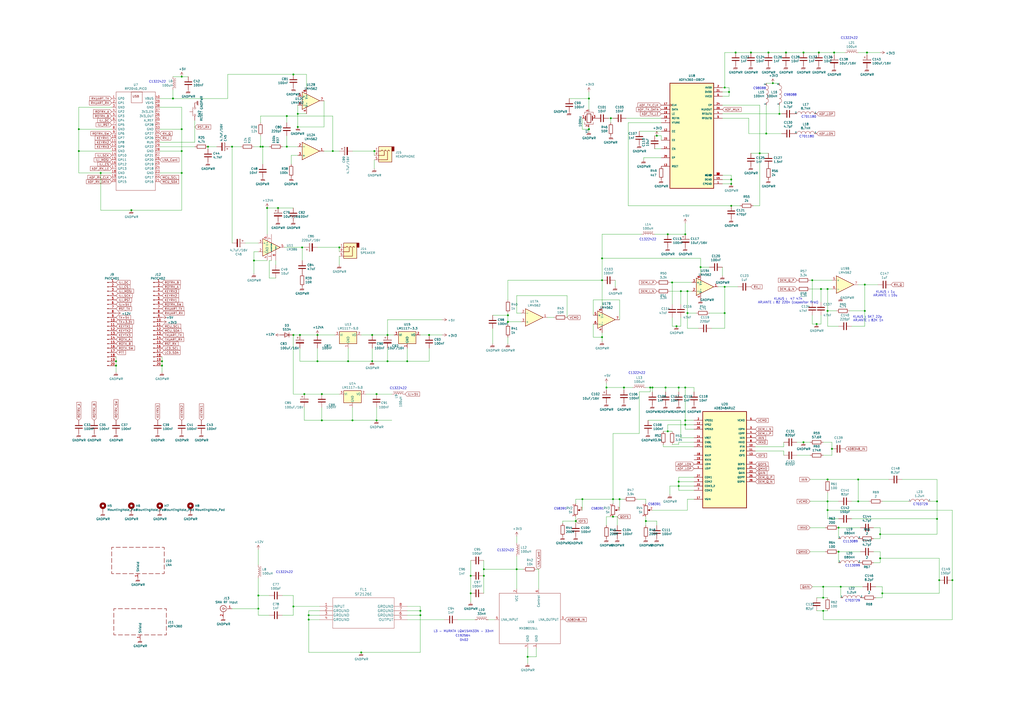
<source format=kicad_sch>
(kicad_sch (version 20231120) (generator "eeschema") (generator_version "8.0")
  (paper "A2")
  (junction (at 120.65 85.09))
  (junction (at 426.72 30.48))
  (junction (at 166.37 85.09))
  (junction (at 45.72 87.63))
  (junction (at 482.6 260.35))
  (junction (at 100.33 57.15))
  (junction (at 149.86 345.44))
  (junction (at 543.56 300.99))
  (junction (at 393.7 224.79))
  (junction (at 378.46 224.79))
  (junction (at 406.4 154.94))
  (junction (at 280.67 334.01))
  (junction (at 184.15 209.55))
  (junction (at 501.65 165.1))
  (junction (at 552.45 336.55))
  (junction (at 173.99 194.31))
  (junction (at 341.63 74.93))
  (junction (at 477.52 354.33))
  (junction (at 306.07 381))
  (junction (at 184.15 194.31))
  (junction (at 179.07 359.41))
  (junction (at 204.47 243.84))
  (junction (at 398.78 168.91))
  (junction (at 393.7 279.4))
  (junction (at 359.41 289.56))
  (junction (at 151.13 85.09))
  (junction (at 224.79 209.55))
  (junction (at 294.64 186.69))
  (junction (at 152.4 85.09))
  (junction (at 105.41 87.63))
  (junction (at 218.44 228.6))
  (junction (at 105.41 100.33))
  (junction (at 480.06 180.34))
  (junction (at 45.72 74.93))
  (junction (at 420.37 166.37))
  (junction (at 337.82 289.56))
  (junction (at 172.72 73.66))
  (junction (at 361.95 224.79))
  (junction (at 243.84 354.33))
  (junction (at 209.55 378.46))
  (junction (at 280.67 330.2))
  (junction (at 354.33 68.58))
  (junction (at 440.69 88.9))
  (junction (at 397.51 135.89))
  (junction (at 480.06 290.83))
  (junction (at 175.26 143.51))
  (junction (at 483.87 30.48))
  (junction (at 374.65 302.26))
  (junction (at 424.18 106.68))
  (junction (at 349.25 149.86))
  (junction (at 161.29 120.65))
  (junction (at 149.86 353.06))
  (junction (at 422.91 53.34))
  (junction (at 193.04 87.63))
  (junction (at 170.18 43.18))
  (junction (at 510.54 323.85))
  (junction (at 387.35 250.19))
  (junction (at 501.65 180.34))
  (junction (at 236.22 209.55))
  (junction (at 480.06 295.91))
  (junction (at 217.17 87.63))
  (junction (at 466.09 30.48))
  (junction (at 393.7 281.94))
  (junction (at 147.32 151.13))
  (junction (at 201.93 209.55))
  (junction (at 387.35 135.89))
  (junction (at 105.41 44.45))
  (junction (at 471.17 162.56))
  (junction (at 355.6 289.56))
  (junction (at 381 78.74))
  (junction (at 93.98 212.09))
  (junction (at 424.18 119.38))
  (junction (at 218.44 243.84))
  (junction (at 67.31 209.55))
  (junction (at 273.05 334.01))
  (junction (at 299.72 330.2))
  (junction (at 477.52 346.71))
  (junction (at 377.19 224.79))
  (junction (at 67.31 212.09))
  (junction (at 58.42 100.33))
  (junction (at 196.85 143.51))
  (junction (at 341.63 57.15))
  (junction (at 394.97 168.91))
  (junction (at 179.07 356.87))
  (junction (at 166.37 67.31))
  (junction (at 444.5 77.47))
  (junction (at 544.83 336.55))
  (junction (at 334.01 302.26))
  (junction (at 497.84 290.83))
  (junction (at 172.72 66.04))
  (junction (at 355.6 299.72))
  (junction (at 186.69 243.84))
  (junction (at 510.54 309.88))
  (junction (at 476.25 167.64))
  (junction (at 397.51 224.79))
  (junction (at 224.79 194.31))
  (junction (at 397.51 243.84))
  (junction (at 351.79 224.79))
  (junction (at 502.92 30.48))
  (junction (at 466.09 256.54))
  (junction (at 543.56 290.83))
  (junction (at 386.08 224.79))
  (junction (at 511.81 344.17))
  (junction (at 392.43 189.23))
  (junction (at 349.25 162.56))
  (junction (at 420.37 181.61))
  (junction (at 248.92 194.31))
  (junction (at 452.12 66.04))
  (junction (at 480.06 167.64))
  (junction (at 186.69 228.6))
  (junction (at 480.06 278.13))
  (junction (at 474.98 30.48))
  (junction (at 398.78 181.61))
  (junction (at 215.9 209.55))
  (junction (at 389.89 163.83))
  (junction (at 243.84 356.87))
  (junction (at 486.41 306.07))
  (junction (at 294.64 182.88))
  (junction (at 154.94 120.65))
  (junction (at 487.68 340.36))
  (junction (at 93.98 209.55))
  (junction (at 420.37 50.8))
  (junction (at 273.05 344.17))
  (junction (at 486.41 320.04))
  (junction (at 134.62 85.09))
  (junction (at 176.53 228.6))
  (junction (at 215.9 194.31))
  (junction (at 170.18 351.79))
  (junction (at 455.93 30.48))
  (junction (at 76.2 121.92))
  (junction (at 497.84 278.13))
  (junction (at 397.51 246.38))
  (junction (at 424.18 104.14))
  (junction (at 445.77 30.48))
  (junction (at 473.71 187.96))
  (junction (at 435.61 30.48))
  (junction (at 349.25 195.58))
  (junction (at 448.31 48.26))
  (junction (at 477.52 340.36))
  (junction (at 105.41 74.93))
  (junction (at 170.18 194.31))
  (wire (pts (xy 402.59 254) (xy 394.97 254)))
  (wire (pts (xy 434.34 68.58) (xy 434.34 77.47)))
  (wire (pts (xy 344.17 173.99) (xy 359.41 173.99)))
  (wire (pts (xy 341.63 57.15) (xy 341.63 63.5)))
  (wire (pts (xy 483.87 30.48) (xy 490.22 30.48)))
  (wire (pts (xy 429.26 119.38) (xy 424.18 119.38)))
  (wire (pts (xy 187.96 73.66) (xy 172.72 73.66)))
  (wire (pts (xy 125.73 85.09) (xy 120.65 85.09)))
  (wire (pts (xy 394.97 168.91) (xy 398.78 168.91)))
  (wire (pts (xy 312.42 330.2) (xy 312.42 341.63)))
  (wire (pts (xy 452.12 48.26) (xy 448.31 48.26)))
  (wire (pts (xy 502.92 30.48) (xy 510.54 30.48)))
  (wire (pts (xy 469.9 278.13) (xy 480.06 278.13)))
  (wire (pts (xy 420.37 190.5) (xy 420.37 181.61)))
  (wire (pts (xy 480.06 295.91) (xy 480.06 300.99)))
  (wire (pts (xy 175.26 151.13) (xy 175.26 143.51)))
  (wire (pts (xy 351.79 226.06) (xy 351.79 224.79)))
  (wire (pts (xy 172.72 73.66) (xy 172.72 66.04)))
  (wire (pts (xy 152.4 95.25) (xy 152.4 85.09)))
  (wire (pts (xy 139.7 85.09) (xy 134.62 85.09)))
  (wire (pts (xy 416.56 166.37) (xy 420.37 166.37)))
  (wire (pts (xy 363.22 68.58) (xy 383.54 68.58)))
  (wire (pts (xy 383.54 78.74) (xy 381 78.74)))
  (wire (pts (xy 480.06 285.75) (xy 480.06 290.83)))
  (wire (pts (xy 215.9 201.93) (xy 215.9 209.55)))
  (wire (pts (xy 462.28 264.16) (xy 469.9 264.16)))
  (wire (pts (xy 166.37 71.12) (xy 166.37 67.31)))
  (wire (pts (xy 215.9 209.55) (xy 224.79 209.55)))
  (wire (pts (xy 218.44 243.84) (xy 227.33 243.84)))
  (wire (pts (xy 186.69 243.84) (xy 204.47 243.84)))
  (wire (pts (xy 480.06 300.99) (xy 486.41 300.99)))
  (wire (pts (xy 317.5 184.15) (xy 321.31 184.15)))
  (wire (pts (xy 386.08 224.79) (xy 393.7 224.79)))
  (wire (pts (xy 462.28 256.54) (xy 466.09 256.54)))
  (wire (pts (xy 354.33 71.12) (xy 354.33 68.58)))
  (wire (pts (xy 168.91 90.17) (xy 168.91 95.25)))
  (wire (pts (xy 147.32 151.13) (xy 154.94 151.13)))
  (wire (pts (xy 420.37 181.61) (xy 420.37 166.37)))
  (wire (pts (xy 151.13 85.09) (xy 147.32 85.09)))
  (wire (pts (xy 494.03 189.23) (xy 501.65 189.23)))
  (wire (pts (xy 184.15 209.55) (xy 201.93 209.55)))
  (wire (pts (xy 474.98 30.48) (xy 483.87 30.48)))
  (wire (pts (xy 294.64 182.88) (xy 294.64 181.61)))
  (wire (pts (xy 383.54 91.44) (xy 373.38 91.44)))
  (wire (pts (xy 93.98 212.09) (xy 93.98 209.55)))
  (wire (pts (xy 283.21 359.41) (xy 287.02 359.41)))
  (wire (pts (xy 224.79 209.55) (xy 236.22 209.55)))
  (wire (pts (xy 209.55 194.31) (xy 215.9 194.31)))
  (wire (pts (xy 355.6 251.46) (xy 355.6 289.56)))
  (wire (pts (xy 170.18 194.31) (xy 173.99 194.31)))
  (wire (pts (xy 440.69 88.9) (xy 440.69 119.38)))
  (wire (pts (xy 311.15 330.2) (xy 312.42 330.2)))
  (wire (pts (xy 406.4 154.94) (xy 406.4 158.75)))
  (wire (pts (xy 419.1 101.6) (xy 424.18 101.6)))
  (wire (pts (xy 330.2 57.15) (xy 341.63 57.15)))
  (wire (pts (xy 344.17 182.88) (xy 344.17 173.99)))
  (wire (pts (xy 67.31 212.09) (xy 67.31 215.9)))
  (wire (pts (xy 486.41 189.23) (xy 480.06 189.23)))
  (wire (pts (xy 374.65 304.8) (xy 374.65 302.26)))
  (wire (pts (xy 186.69 236.22) (xy 186.69 243.84)))
  (wire (pts (xy 151.13 78.74) (xy 151.13 85.09)))
  (wire (pts (xy 544.83 336.55) (xy 544.83 323.85)))
  (wire (pts (xy 454.66 261.62) (xy 454.66 264.16)))
  (wire (pts (xy 510.54 320.04) (xy 506.73 320.04)))
  (wire (pts (xy 398.78 289.56) (xy 402.59 289.56)))
  (wire (pts (xy 236.22 351.79) (xy 243.84 351.79)))
  (wire (pts (xy 196.85 87.63) (xy 193.04 87.63)))
  (wire (pts (xy 419.1 66.04) (xy 452.12 66.04)))
  (wire (pts (xy 142.24 140.97) (xy 149.86 140.97)))
  (wire (pts (xy 510.54 323.85) (xy 510.54 320.04)))
  (wire (pts (xy 397.51 224.79) (xy 397.51 243.84)))
  (wire (pts (xy 299.72 171.45) (xy 328.93 171.45)))
  (wire (pts (xy 294.64 186.69) (xy 294.64 187.96)))
  (wire (pts (xy 184.15 194.31) (xy 194.31 194.31)))
  (wire (pts (xy 497.84 30.48) (xy 502.92 30.48)))
  (wire (pts (xy 328.93 171.45) (xy 328.93 184.15)))
  (wire (pts (xy 379.73 135.89) (xy 387.35 135.89)))
  (wire (pts (xy 398.78 168.91) (xy 398.78 181.61)))
  (wire (pts (xy 422.91 50.8) (xy 420.37 50.8)))
  (wire (pts (xy 179.07 354.33) (xy 179.07 356.87)))
  (wire (pts (xy 294.64 182.88) (xy 294.64 186.69)))
  (wire (pts (xy 397.51 224.79) (xy 402.59 224.79)))
  (wire (pts (xy 149.86 353.06) (xy 149.86 356.87)))
  (wire (pts (xy 341.63 74.93) (xy 341.63 76.2)))
  (wire (pts (xy 201.93 201.93) (xy 201.93 209.55)))
  (wire (pts (xy 497.84 290.83) (xy 497.84 278.13)))
  (wire (pts (xy 497.84 165.1) (xy 501.65 165.1)))
  (wire (pts (xy 393.7 257.81) (xy 393.7 256.54)))
  (wire (pts (xy 543.56 278.13) (xy 543.56 290.83)))
  (wire (pts (xy 175.26 143.51) (xy 176.53 143.51)))
  (wire (pts (xy 386.08 227.33) (xy 386.08 224.79)))
  (wire (pts (xy 358.14 299.72) (xy 355.6 299.72)))
  (wire (pts (xy 166.37 67.31) (xy 151.13 67.31)))
  (wire (pts (xy 185.42 351.79) (xy 170.18 351.79)))
  (wire (pts (xy 466.09 30.48) (xy 474.98 30.48)))
  (wire (pts (xy 349.25 135.89) (xy 349.25 149.86)))
  (wire (pts (xy 280.67 330.2) (xy 299.72 330.2)))
  (wire (pts (xy 204.47 243.84) (xy 218.44 243.84)))
  (wire (pts (xy 294.64 162.56) (xy 349.25 162.56)))
  (wire (pts (xy 147.32 151.13) (xy 147.32 158.75)))
  (wire (pts (xy 419.1 68.58) (xy 434.34 68.58)))
  (wire (pts (xy 364.49 119.38) (xy 364.49 71.12)))
  (wire (pts (xy 156.21 161.29) (xy 156.21 151.13)))
  (wire (pts (xy 419.1 53.34) (xy 422.91 53.34)))
  (wire (pts (xy 355.6 289.56) (xy 359.41 289.56)))
  (wire (pts (xy 419.1 55.88) (xy 422.91 55.88)))
  (wire (pts (xy 426.72 30.48) (xy 435.61 30.48)))
  (wire (pts (xy 506.73 312.42) (xy 510.54 312.42)))
  (wire (pts (xy 185.42 354.33) (xy 179.07 354.33)))
  (wire (pts (xy 170.18 120.65) (xy 161.29 120.65)))
  (wire (pts (xy 149.86 335.28) (xy 149.86 345.44)))
  (wire (pts (xy 243.84 356.87) (xy 243.84 378.46)))
  (wire (pts (xy 285.75 190.5) (xy 285.75 199.39)))
  (wire (pts (xy 510.54 309.88) (xy 543.56 309.88)))
  (wire (pts (xy 477.52 354.33) (xy 480.06 354.33)))
  (wire (pts (xy 397.51 243.84) (xy 397.51 246.38)))
  (wire (pts (xy 480.06 167.64) (xy 482.6 167.64)))
  (wire (pts (xy 406.4 149.86) (xy 406.4 154.94)))
  (wire (pts (xy 501.65 189.23) (xy 501.65 180.34)))
  (wire (pts (xy 170.18 345.44) (xy 170.18 351.79)))
  (wire (pts (xy 497.84 278.13) (xy 515.62 278.13)))
  (wire (pts (xy 419.1 60.96) (xy 440.69 60.96)))
  (wire (pts (xy 256.54 185.42) (xy 224.79 185.42)))
  (wire (pts (xy 393.7 279.4) (xy 393.7 281.94)))
  (wire (pts (xy 494.03 300.99) (xy 543.56 300.99)))
  (wire (pts (xy 440.69 119.38) (xy 436.88 119.38)))
  (wire (pts (xy 378.46 224.79) (xy 386.08 224.79)))
  (wire (pts (xy 392.43 189.23) (xy 394.97 189.23)))
  (wire (pts (xy 486.41 320.04) (xy 486.41 326.39)))
  (wire (pts (xy 523.24 278.13) (xy 543.56 278.13)))
  (wire (pts (xy 170.18 356.87) (xy 163.83 356.87)))
  (wire (pts (xy 384.81 257.81) (xy 384.81 259.08)))
  (wire (pts (xy 440.69 88.9) (xy 435.61 88.9)))
  (wire (pts (xy 156.21 151.13) (xy 157.48 151.13)))
  (wire (pts (xy 100.33 57.15) (xy 100.33 52.07)))
  (wire (pts (xy 420.37 50.8) (xy 419.1 50.8)))
  (wire (pts (xy 419.1 154.94) (xy 419.1 160.02)))
  (wire (pts (xy 377.19 227.33) (xy 377.19 224.79)))
  (wire (pts (xy 511.81 340.36) (xy 508 340.36)))
  (wire (pts (xy 394.97 176.53) (xy 394.97 168.91)))
  (wire (pts (xy 196.85 146.05) (xy 196.85 143.51)))
  (wire (pts (xy 384.81 259.08) (xy 402.59 259.08)))
  (wire (pts (xy 434.34 77.47) (xy 444.5 77.47)))
  (wire (pts (xy 344.17 187.96) (xy 344.17 195.58)))
  (wire (pts (xy 224.79 185.42) (xy 224.79 194.31)))
  (wire (pts (xy 370.84 76.2) (xy 383.54 76.2)))
  (wire (pts (xy 105.41 100.33) (xy 105.41 121.92)))
  (wire (pts (xy 476.25 175.26) (xy 476.25 167.64)))
  (wire (pts (xy 187.96 58.42) (xy 187.96 73.66)))
  (wire (pts (xy 344.17 195.58) (xy 349.25 195.58)))
  (wire (pts (xy 236.22 356.87) (xy 243.84 356.87)))
  (wire (pts (xy 265.43 359.41) (xy 275.59 359.41)))
  (wire (pts (xy 236.22 354.33) (xy 243.84 354.33)))
  (wire (pts (xy 100.33 57.15) (xy 132.08 57.15)))
  (wire (pts (xy 177.8 66.04) (xy 172.72 66.04)))
  (wire (pts (xy 424.18 119.38) (xy 364.49 119.38)))
  (wire (pts (xy 156.21 345.44) (xy 149.86 345.44)))
  (wire (pts (xy 243.84 351.79) (xy 243.84 354.33)))
  (wire (pts (xy 466.09 256.54) (xy 469.9 256.54)))
  (wire (pts (xy 349.25 149.86) (xy 349.25 162.56)))
  (wire (pts (xy 473.71 354.33) (xy 477.52 354.33)))
  (wire (pts (xy 248.92 209.55) (xy 248.92 201.93)))
  (wire (pts (xy 170.18 43.18) (xy 177.8 43.18)))
  (wire (pts (xy 105.41 121.92) (xy 76.2 121.92)))
  (wire (pts (xy 173.99 201.93) (xy 173.99 209.55)))
  (wire (pts (xy 487.68 340.36) (xy 500.38 340.36)))
  (wire (pts (xy 381 304.8) (xy 381 302.26)))
  (wire (pts (xy 217.17 97.79) (xy 217.17 92.71)))
  (wire (pts (xy 480.06 167.64) (xy 480.06 180.34)))
  (wire (pts (xy 370.84 227.33) (xy 377.19 227.33)))
  (wire (pts (xy 349.25 149.86) (xy 406.4 149.86)))
  (wire (pts (xy 393.7 276.86) (xy 393.7 279.4)))
  (wire (pts (xy 92.71 82.55) (xy 113.03 82.55)))
  (wire (pts (xy 374.65 289.56) (xy 369.57 289.56)))
  (wire (pts (xy 224.79 201.93) (xy 224.79 209.55)))
  (wire (pts (xy 185.42 359.41) (xy 179.07 359.41)))
  (wire (pts (xy 193.04 87.63) (xy 187.96 87.63)))
  (wire (pts (xy 510.54 312.42) (xy 510.54 309.88)))
  (wire (pts (xy 454.66 256.54) (xy 454.66 259.08)))
  (wire (pts (xy 455.93 30.48) (xy 466.09 30.48)))
  (wire (pts (xy 92.71 57.15) (xy 100.33 57.15)))
  (wire (pts (xy 45.72 74.93) (xy 45.72 87.63)))
  (wire (pts (xy 351.79 299.72) (xy 351.79 304.8)))
  (wire (pts (xy 334.01 303.53) (xy 334.01 302.26)))
  (wire (pts (xy 176.53 243.84) (xy 186.69 243.84)))
  (wire (pts (xy 302.26 186.69) (xy 294.64 186.69)))
  (wire (pts (xy 471.17 182.88) (xy 471.17 187.96)))
  (wire (pts (xy 176.53 228.6) (xy 186.69 228.6)))
  (wire (pts (xy 341.63 73.66) (xy 341.63 74.93)))
  (wire (pts (xy 477.52 346.71) (xy 477.52 340.36)))
  (wire (pts (xy 389.89 184.15) (xy 389.89 189.23)))
  (wire (pts (xy 154.94 120.65) (xy 154.94 135.89)))
  (wire (pts (xy 389.89 163.83) (xy 401.32 163.83)))
  (wire (pts (xy 477.52 264.16) (xy 482.6 264.16)))
  (wire (pts (xy 334.01 289.56) (xy 337.82 289.56)))
  (wire (pts (xy 134.62 140.97) (xy 134.62 85.09)))
  (wire (pts (xy 477.52 340.36) (xy 487.68 340.36)))
  (wire (pts (xy 361.95 224.79) (xy 361.95 226.06)))
  (wire (pts (xy 92.71 87.63) (xy 105.41 87.63)))
  (wire (pts (xy 134.62 85.09) (xy 133.35 85.09)))
  (wire (pts (xy 444.5 77.47) (xy 453.39 77.47)))
  (wire (pts (xy 303.53 330.2) (xy 299.72 330.2)))
  (wire (pts (xy 179.07 356.87) (xy 179.07 359.41)))
  (wire (pts (xy 420.37 166.37) (xy 427.99 166.37)))
  (wire (pts (xy 273.05 334.01) (xy 273.05 325.12)))
  (wire (pts (xy 306.07 381) (xy 306.07 384.81)))
  (wire (pts (xy 337.82 74.93) (xy 341.63 74.93)))
  (wire (pts (xy 480.06 278.13) (xy 497.84 278.13)))
  (wire (pts (xy 473.71 346.71) (xy 477.52 346.71)))
  (wire (pts (xy 163.83 345.44) (xy 170.18 345.44)))
  (wire (pts (xy 381 78.74) (xy 379.73 78.74)))
  (wire (pts (xy 299.72 181.61) (xy 299.72 171.45)))
  (wire (pts (xy 389.89 189.23) (xy 392.43 189.23)))
  (wire (pts (xy 497.84 290.83) (xy 504.19 290.83)))
  (wire (pts (xy 394.97 254) (xy 394.97 243.84)))
  (wire (pts (xy 355.6 68.58) (xy 354.33 68.58)))
  (wire (pts (xy 243.84 194.31) (xy 248.92 194.31)))
  (wire (pts (xy 176.53 236.22) (xy 176.53 243.84)))
  (wire (pts (xy 334.01 292.1) (xy 334.01 289.56)))
  (wire (pts (xy 149.86 146.05) (xy 147.32 146.05)))
  (wire (pts (xy 486.41 320.04) (xy 499.11 320.04)))
  (wire (pts (xy 552.45 359.41) (xy 552.45 336.55)))
  (wire (pts (xy 166.37 85.09) (xy 163.83 85.09)))
  (wire (pts (xy 476.25 187.96) (xy 476.25 182.88)))
  (wire (pts (xy 435.61 30.48) (xy 445.77 30.48)))
  (wire (pts (xy 543.56 290.83) (xy 543.56 300.99)))
  (wire (pts (xy 469.9 162.56) (xy 471.17 162.56)))
  (wire (pts (xy 105.41 62.23) (xy 105.41 74.93)))
  (wire (pts (xy 172.72 85.09) (xy 166.37 85.09)))
  (wire (pts (xy 196.85 153.67) (xy 196.85 148.59)))
  (wire (pts (xy 212.09 228.6) (xy 218.44 228.6)))
  (wire (pts (xy 398.78 190.5) (xy 398.78 181.61)))
  (wire (pts (xy 152.4 85.09) (xy 151.13 85.09)))
  (wire (pts (xy 374.65 302.26) (xy 374.65 299.72)))
  (wire (pts (xy 397.51 246.38) (xy 397.51 248.92)))
  (wire (pts (xy 356.87 166.37) (xy 356.87 162.56)))
  (wire (pts (xy 477.52 359.41) (xy 552.45 359.41)))
  (wire (pts (xy 420.37 30.48) (xy 426.72 30.48)))
  (wire (pts (xy 67.31 207.01) (xy 67.31 209.55)))
  (wire (pts (xy 482.6 256.54) (xy 482.6 260.35)))
  (wire (pts (xy 273.05 344.17) (xy 273.05 349.25)))
  (wire (pts (xy 185.42 356.87) (xy 179.07 356.87)))
  (wire (pts (xy 349.25 162.56) (xy 349.25 177.8)))
  (wire (pts (xy 454.66 259.08) (xy 438.15 259.08)))
  (wire (pts (xy 393.7 281.94) (xy 393.7 284.48)))
  (wire (pts (xy 243.84 354.33) (xy 243.84 356.87)))
  (wire (pts (xy 387.35 135.89) (xy 397.51 135.89)))
  (wire (pts (xy 402.59 224.79) (xy 402.59 227.33)))
  (wire (pts (xy 510.54 323.85) (xy 544.83 323.85)))
  (wire (pts (xy 480.06 290.83) (xy 480.06 295.91)))
  (wire (pts (xy 177.8 50.8) (xy 177.8 43.18)))
  (wire (pts (xy 166.37 67.31) (xy 193.04 67.31)))
  (wire (pts (xy 92.71 85.09) (xy 113.03 85.09)))
  (wire (pts (xy 45.72 62.23) (xy 45.72 74.93)))
  (wire (pts (xy 511.81 346.71) (xy 511.81 344.17)))
  (wire (pts (xy 299.72 314.96) (xy 299.72 311.15)))
  (wire (pts (xy 471.17 340.36) (xy 477.52 340.36)))
  (wire (pts (xy 424.18 106.68) (xy 419.1 106.68)))
  (wire (pts (xy 285.75 182.88) (xy 294.64 182.88)))
  (wire (pts (xy 494.03 290.83) (xy 497.84 290.83)))
  (wire (pts (xy 469.9 306.07) (xy 478.79 306.07)))
  (wire (pts (xy 397.51 129.54) (xy 397.51 135.89)))
  (wire (pts (xy 173.99 194.31) (xy 184.15 194.31)))
  (wire (pts (xy 64.77 62.23) (xy 45.72 62.23)))
  (wire (pts (xy 93.98 209.55) (xy 93.98 207.01)))
  (wire (pts (xy 402.59 246.38) (xy 397.51 246.38)))
  (wire (pts (xy 379.73 86.36) (xy 383.54 86.36)))
  (wire (pts (xy 483.87 30.48) (xy 483.87 31.75)))
  (wire (pts (xy 422.91 53.34) (xy 422.91 50.8)))
  (wire (pts (xy 552.45 336.55) (xy 552.45 295.91)))
  (wire (pts (xy 388.62 281.94) (xy 393.7 281.94)))
  (wire (pts (xy 469.9 167.64) (xy 476.25 167.64)))
  (wire (pts (xy 236.22 201.93) (xy 236.22 209.55)))
  (wire (pts (xy 299.72 330.2) (xy 299.72 341.63)))
  (wire (pts (xy 543.56 300.99) (xy 543.56 309.88)))
  (wire (pts (xy 100.33 44.45) (xy 105.41 44.45)))
  (wire (pts (xy 349.25 195.58) (xy 349.25 193.04)))
  (wire (pts (xy 411.48 154.94) (xy 406.4 154.94)))
  (wire (pts (xy 383.54 81.28) (xy 383.54 78.74)))
  (wire (pts (xy 179.07 359.41) (xy 179.07 378.46)))
  (wire (pts (xy 204.47 236.22) (xy 204.47 243.84)))
  (wire (pts (xy 469.9 290.83) (xy 480.06 290.83)))
  (wire (pts (xy 64.77 100.33) (xy 58.42 100.33)))
  (wire (pts (xy 393.7 284.48) (xy 402.59 284.48)))
  (wire (pts (xy 354.33 68.58) (xy 353.06 68.58)))
  (wire (pts (xy 165.1 143.51) (xy 175.26 143.51)))
  (wire (pts (xy 477.52 256.54) (xy 482.6 256.54)))
  (wire (pts (xy 302.26 181.61) (xy 299.72 181.61)))
  (wire (pts (xy 160.02 161.29) (xy 156.21 161.29)))
  (wire (pts (xy 147.32 146.05) (xy 147.32 151.13)))
  (wire (pts (xy 393.7 227.33) (xy 393.7 224.79)))
  (wire (pts (xy 358.14 304.8) (xy 358.14 299.72)))
  (wire (pts (xy 480.06 180.34) (xy 485.14 180.34)))
  (wire (pts (xy 184.15 201.93) (xy 184.15 209.55)))
  (wire (pts (xy 387.35 246.38) (xy 397.51 246.38)))
  (wire (pts (xy 337.82 289.56) (xy 355.6 289.56)))
  (wire (pts (xy 455.93 30.48) (xy 445.77 30.48)))
  (wire (pts (xy 280.67 325.12) (xy 280.67 330.2)))
  (wire (pts (xy 552.45 295.91) (xy 480.06 295.91)))
  (wire (pts (xy 374.65 292.1) (xy 374.65 289.56)))
  (wire (pts (xy 179.07 378.46) (xy 209.55 378.46)))
  (wire (pts (xy 398.78 181.61) (xy 403.86 181.61)))
  (wire (pts (xy 378.46 227.33) (xy 378.46 224.79)))
  (wire (pts (xy 149.86 345.44) (xy 149.86 353.06)))
  (wire (pts (xy 243.84 378.46) (xy 209.55 378.46)))
  (wire (pts (xy 444.5 60.96) (xy 444.5 77.47)))
  (wire (pts (xy 337.82 295.91) (xy 337.82 289.56)))
  (wire (pts (xy 149.86 356.87) (xy 156.21 356.87)))
  (wire (pts (xy 311.15 381) (xy 306.07 381)))
  (wire (pts (xy 134.62 353.06) (xy 149.86 353.06)))
  (wire (pts (xy 487.68 340.36) (xy 487.68 346.71)))
  (wire (pts (xy 402.59 243.84) (xy 397.51 243.84)))
  (wire (pts (xy 388.62 287.02) (xy 388.62 281.94)))
  (wire (pts (xy 294.64 173.99) (xy 294.64 162.56)))
  (wire (pts (xy 394.97 243.84) (xy 375.92 243.84)))
  (wire (pts (xy 510.54 309.88) (xy 510.54 306.07)))
  (wire (pts (xy 384.81 250.19) (xy 387.35 250.19)))
  (wire (pts (xy 438.15 261.62) (xy 454.66 261.62)))
  (wire (pts (xy 173.99 209.55) (xy 184.15 209.55)))
  (wire (pts (xy 398.78 295.91) (xy 398.78 289.56)))
  (wire (pts (xy 502.92 30.48) (xy 502.92 31.75)))
  (wire (pts (xy 58.42 121.92) (xy 76.2 121.92)))
  (wire (pts (xy 326.39 303.53) (xy 326.39 302.26)))
  (wire (pts (xy 492.76 180.34) (xy 501.65 180.34)))
  (wire (pts (xy 236.22 209.55) (xy 248.92 209.55)))
  (wire (pts (xy 218.44 236.22) (xy 218.44 243.84)))
  (wire (pts (xy 337.82 68.58) (xy 337.82 74.93)))
  (wire (pts (xy 445.77 88.9) (xy 440.69 88.9)))
  (wire (pts (xy 45.72 100.33) (xy 58.42 100.33)))
  (wire (pts (xy 280.67 334.01) (xy 280.67 344.17)))
  (wire (pts (xy 486.41 306.07) (xy 499.11 306.07)))
  (wire (pts (xy 64.77 74.93) (xy 45.72 74.93)))
  (wire (pts (xy 501.65 165.1) (xy 509.27 165.1)))
  (wire (pts (xy 412.75 190.5) (xy 420.37 190.5)))
  (wire (pts (xy 160.02 153.67) (xy 160.02 151.13)))
  (wire (pts (xy 326.39 302.26) (xy 334.01 302.26)))
  (wire (pts (xy 306.07 375.92) (xy 306.07 381)))
  (wire (pts (xy 480.06 189.23) (xy 480.06 180.34)))
  (wire (pts (xy 359.41 289.56) (xy 361.95 289.56)))
  (wire (pts (xy 469.9 320.04) (xy 478.79 320.04)))
  (wire (pts (xy 224.79 194.31) (xy 228.6 194.31)))
  (wire (pts (xy 359.41 173.99) (xy 359.41 185.42)))
  (wire (pts (xy 389.89 176.53) (xy 389.89 163.83)))
  (wire (pts (xy 480.06 290.83) (xy 486.41 290.83)))
  (wire (pts (xy 170.18 228.6) (xy 176.53 228.6)))
  (wire (pts (xy 45.72 87.63) (xy 45.72 100.33)))
  (wire (pts (xy 170.18 351.79) (xy 170.18 356.87)))
  (wire (pts (xy 161.29 120.65) (xy 154.94 120.65)))
  (wire (pts (xy 349.25 195.58) (xy 349.25 198.12)))
  (wire (pts (xy 149.86 318.77) (xy 149.86 327.66)))
  (wire (pts (xy 510.54 306.07) (xy 506.73 306.07)))
  (wire (pts (xy 506.73 326.39) (xy 510.54 326.39)))
  (wire (pts (xy 186.69 228.6) (xy 196.85 228.6)))
  (wire (pts (xy 172.72 66.04) (xy 172.72 60.96)))
  (wire (pts (xy 405.13 190.5) (xy 398.78 190.5)))
  (wire (pts (xy 355.6 251.46) (xy 370.84 251.46)))
  (wire (pts (xy 92.71 74.93) (xy 105.41 74.93)))
  (wire (pts (xy 378.46 295.91) (xy 398.78 295.91)))
  (wire (pts (xy 508 346.71) (xy 511.81 346.71)))
  (wire (pts (xy 452.12 60.96) (xy 452.12 66.04)))
  (wire (pts (xy 355.6 299.72) (xy 351.79 299.72)))
  (wire (pts (xy 388.62 163.83) (xy 389.89 163.83)))
  (wire (pts (xy 359.41 289.56) (xy 359.41 295.91)))
  (wire (pts (xy 364.49 71.12) (xy 383.54 71.12)))
  (wire (pts (xy 393.7 256.54) (xy 402.59 256.54)))
  (wire (pts (xy 411.48 181.61) (xy 420.37 181.61)))
  (wire (pts (xy 511.81 344.17) (xy 544.83 344.17)))
  (wire (pts (xy 448.31 48.26) (xy 444.5 48.26)))
  (wire (pts (xy 201.93 209.55) (xy 215.9 209.55)))
  (wire (pts (xy 373.38 91.44) (xy 373.38 92.71)))
  (wire (pts (xy 486.41 306.07) (xy 486.41 312.42)))
  (wire (pts (xy 389.89 257.81) (xy 393.7 257.81)))
  (wire (pts (xy 476.25 167.64) (xy 480.06 167.64)))
  (wire (pts (xy 372.11 135.89) (xy 349.25 135.89)))
  (wire (pts (xy 377.19 224.79) (xy 378.46 224.79)))
  (wire (pts (xy 453.39 66.04) (xy 452.12 66.04)))
  (wire (pts (xy 280.67 330.2) (xy 280.67 334.01)))
  (wire (pts (xy 473.71 187.96) (xy 476.25 187.96)))
  (wire (pts (xy 422.91 55.88) (xy 422.91 53.34)))
  (wire (pts (xy 105.41 74.93) (xy 105.41 87.63)))
  (wire (pts (xy 511.81 290.83) (xy 527.05 290.83)))
  (wire (pts (xy 420.37 50.8) (xy 420.37 30.48)))
  (wire (pts (xy 419.1 104.14) (xy 424.18 104.14)))
  (wire (pts (xy 440.69 60.96) (xy 440.69 88.9)))
  (wire (pts (xy 424.18 101.6) (xy 424.18 104.14)))
  (wire (pts (xy 367.03 224.79) (xy 361.95 224.79)))
  (wire (pts (xy 398.78 168.91) (xy 401.32 168.91)))
  (wire (pts (xy 424.18 104.14) (xy 424.18 106.68)))
  (wire (pts (xy 402.59 281.94) (xy 393.7 281.94)))
  (wire (pts (xy 471.17 162.56) (xy 482.6 162.56)))
  (wire (pts (xy 311.15 375.92) (xy 311.15 381)))
  (wire (pts (xy 387.35 250.19) (xy 389.89 250.19)))
  (wire (pts (xy 294.64 195.58) (xy 294.64 199.39)))
  (wire (pts (xy 215.9 194.31) (xy 224.79 194.31)))
  (wire (pts (xy 402.59 279.4) (xy 393.7 279.4)))
  (wire (pts (xy 273.05 344.17) (xy 273.05 334.01)))
  (wire (pts (xy 218.44 228.6) (xy 227.33 228.6)))
  (wire (pts (xy 351.79 222.25) (xy 351.79 224.79)))
  (wire (pts (xy 92.71 100.33) (xy 105.41 100.33)))
  (wire (pts (xy 394.97 189.23) (xy 394.97 184.15)))
  (wire (pts (xy 477.52 354.33) (xy 477.52 359.41)))
  (wire (pts (xy 236.22 359.41) (xy 257.81 359.41)))
  (wire (pts (xy 501.65 180.34) (xy 501.65 165.1)))
  (wire (pts (xy 166.37 85.09) (xy 166.37 78.74)))
  (wire (pts (xy 93.98 215.9) (xy 93.98 212.09)))
  (wire (pts (xy 299.72 322.58) (xy 299.72 330.2)))
  (wire (pts (xy 388.62 168.91) (xy 394.97 168.91)))
  (wire (pts (xy 248.92 194.31) (xy 256.54 194.31)))
  (wire (pts (xy 170.18 194.31) (xy 170.18 228.6)))
  (wire (pts (xy 402.59 276.86) (xy 393.7 276.86)))
  (wire (pts (xy 471.17 175.26) (xy 471.17 162.56)))
  (wire (pts (xy 510.54 326.39) (xy 510.54 323.85)))
  (wire (pts (xy 397.51 248.92) (xy 402.59 248.92)))
  (wire (pts (xy 172.72 90.17) (xy 168.91 90.17)))
  (wire (pts (xy 105.41 87.63) (xy 105.41 100.33)))
  (wire (pts (xy 120.65 85.09) (xy 120.65 86.36)))
  (wire (pts (xy 64.77 87.63) (xy 45.72 87.63)))
  (wire (pts (xy 482.6 264.16) (xy 482.6 260.35)))
  (wire (pts (xy 156.21 85.09) (xy 152.4 85.09)))
  (wire (pts (xy 511.81 344.17) (xy 511.81 340.36)))
  (wire (pts (xy 105.41 44.45) (xy 109.22 44.45)))
  (wire (pts (xy 381 302.26) (xy 374.65 302.26)))
  (wire (pts (xy 132.08 57.15) (xy 132.08 43.18)))
  (wire (pts (xy 341.63 53.34) (xy 341.63 57.15)))
  (wire (pts (xy 196.85 143.51) (xy 184.15 143.51)))
  (wire (pts (xy 151.13 67.31) (xy 151.13 71.12)))
  (wire (pts (xy 471.17 187.96) (xy 473.71 187.96)))
  (wire (pts (xy 334.01 302.26) (xy 334.01 299.72)))
  (wire (pts (xy 387.35 250.19) (xy 387.35 246.38)))
  (wire (pts (xy 355.6 289.56) (xy 355.6 292.1)))
  (wire (pts (xy 374.65 224.79) (xy 377.19 224.79)))
  (wire (pts (xy 543.56 290.83) (xy 539.75 290.83)))
  (wire (pts (xy 370.84 251.46) (xy 370.84 227.33)))
  (wire (pts (xy 113.03 69.85) (xy 113.03 82.55)))
  (wire (pts (xy 193.04 67.31) (xy 193.04 87.63)))
  (wire (pts (xy 217.17 90.17) (xy 217.17 87.63)))
  (wire (pts (xy 132.08 43.18) (xy 170.18 43.18)))
  (wire (pts (xy 58.42 100.33) (xy 58.42 121.92)))
  (wire (pts (xy 217.17 87.63) (xy 204.47 87.63)))
  (wire (pts (xy 351.79 224.79) (xy 361.95 224.79)))
  (wire (pts (xy 92.71 62.23) (xy 105.41 62.23)))
  (wire (pts (xy 393.7 224.79) (xy 397.51 224.79)))
  (wire (pts (xy 67.31 212.09) (xy 67.31 209.55)))
  (wire (pts (xy 477.52 346.71) (xy 480.06 346.71)))
  (wire (pts (xy 544.83 344.17) (xy 544.83 336.55)))
  (text "C98088" (at 454.66 55.88 0) (effects (font (size 1.27 1.27)) (justify left bottom)))
  (text "C1322422" (at 370.84 139.7 0) (effects (font (size 1.27 1.27)) (justify left bottom)))
  (text "KLAUS : 1u\nARJANTE : 10u" (at 513.588 170.434 0) (effects (font (size 1.27 1.27))))
  (text "C192564" (at 264.16 369.57 0) (effects (font (size 1.27 1.27)) (justify left bottom)))
  (text "C1322422" (at 226.06 226.06 0) (effects (font (size 1.27 1.27)) (justify left bottom)))
  (text "C1322422" (at 160.02 332.74 0) (effects (font (size 1.27 1.27)) (justify left bottom)))
  (text "C98088" (at 436.88 52.07 0) (effects (font (size 1.27 1.27)) (justify left bottom)))
  (text "C1322422" (at 86.36 48.26 0) (effects (font (size 1.27 1.27)) (justify left bottom)))
  (text "KLAUS :  47 47n\nARJANTE : 82 220n (capasitor first)" (at 457.2 174.498 0) (effects (font (size 1.27 1.27))))
  (text "0402" (at 266.7 372.11 0) (effects (font (size 1.27 1.27)) (justify left bottom)))
  (text "C113099" (at 490.22 328.93 0) (effects (font (size 1.27 1.27)) (justify left bottom)))
  (text "C703729" (at 490.22 349.25 0) (effects (font (size 1.27 1.27)) (justify left bottom)))
  (text "C58391" (at 375.92 293.37 0) (effects (font (size 1.27 1.27)) (justify left bottom)))
  (text "C1322422" (at 288.29 320.04 0) (effects (font (size 1.27 1.27)) (justify left bottom)))
  (text "C58391" (at 342.9 295.91 0) (effects (font (size 1.27 1.27)) (justify left bottom)))
  (text "C113089" (at 488.95 314.96 0) (effects (font (size 1.27 1.27)) (justify left bottom)))
  (text "C701180" (at 463.55 80.01 0) (effects (font (size 1.27 1.27)) (justify left bottom)))
  (text "C1322422" (at 364.49 217.17 0) (effects (font (size 1.27 1.27)) (justify left bottom)))
  (text "C703729" (at 529.59 293.37 0) (effects (font (size 1.27 1.27)) (justify left bottom)))
  (text "C701180" (at 464.82 68.58 0) (effects (font (size 1.27 1.27)) (justify left bottom)))
  (text "C58391" (at 321.31 295.91 0) (effects (font (size 1.27 1.27)) (justify left bottom)))
  (text "C1322422" (at 487.68 22.86 0) (effects (font (size 1.27 1.27)) (justify left bottom)))
  (text "KLAUS : 5K7 22p \nARJANTE : 82K 1n" (at 503.682 184.912 0) (effects (font (size 1.27 1.27))))
  (text "L3 - MURATA LQW15AN33N - 33nH" (at 251.46 367.03 0) (effects (font (size 1.27 1.27)) (justify left bottom)))
  (global_label "ILI_SCK" (shape input) (at 64.77 90.17 180) (property "Intersheetrefs" "${INTERSHEET_REFS}" (effects (hide yes))))
  (global_label "ROTRX_A" (shape input) (at 93.98 166.37 0) (property "Intersheetrefs" "${INTERSHEET_REFS}" (effects (hide yes))))
  (global_label "DEM_Q_P" (shape input) (at 462.28 162.56 180) (property "Intersheetrefs" "${INTERSHEET_REFS}" (effects (hide yes))))
  (global_label "ROTX_B" (shape input) (at 67.31 199.39 0) (property "Intersheetrefs" "${INTERSHEET_REFS}" (effects (hide yes))))
  (global_label "MCU_SDA" (shape input) (at 92.71 105.41 0) (property "Intersheetrefs" "${INTERSHEET_REFS}" (effects (hide yes))))
  (global_label "RXUART_TX" (shape input) (at 64.77 57.15 180) (property "Intersheetrefs" "${INTERSHEET_REFS}" (effects (hide yes))))
  (global_label "TXUART_RX" (shape input) (at 93.98 196.85 0) (property "Intersheetrefs" "${INTERSHEET_REFS}" (effects (hide yes))))
  (global_label "ADF_TX_LE" (shape input) (at 383.54 66.04 180) (property "Intersheetrefs" "${INTERSHEET_REFS}" (effects (hide yes))))
  (global_label "DEM_Q_N" (shape input) (at 438.15 279.4 0) (property "Intersheetrefs" "${INTERSHEET_REFS}" (effects (hide yes))))
  (global_label "IOFS" (shape input) (at 438.15 264.16 0) (property "Intersheetrefs" "${INTERSHEET_REFS}" (effects (hide yes))))
  (global_label "IAIN" (shape input) (at 438.15 254 0) (property "Intersheetrefs" "${INTERSHEET_REFS}" (effects (hide yes))))
  (global_label "ROTRX_SW" (shape input) (at 93.98 176.53 0) (property "Intersheetrefs" "${INTERSHEET_REFS}" (effects (hide yes))))
  (global_label "ILI_RST" (shape input) (at 67.31 173.99 0) (property "Intersheetrefs" "${INTERSHEET_REFS}" (effects (hide yes))))
  (global_label "ILI_RST" (shape input) (at 64.77 72.39 180) (property "Intersheetrefs" "${INTERSHEET_REFS}" (effects (hide yes))))
  (global_label "KEYTX3" (shape input) (at 67.31 194.31 0) (property "Intersheetrefs" "${INTERSHEET_REFS}" (effects (hide yes))))
  (global_label "TX+5V" (shape input) (at 67.31 184.15 0) (property "Intersheetrefs" "${INTERSHEET_REFS}" (effects (hide yes))))
  (global_label "IOFS" (shape input) (at 334.01 302.26 0) (property "Intersheetrefs" "${INTERSHEET_REFS}" (effects (hide yes))))
  (global_label "IMXO" (shape input) (at 469.9 306.07 180) (property "Intersheetrefs" "${INTERSHEET_REFS}" (effects (hide yes))))
  (global_label "TXUART_TX" (shape input) (at 93.98 194.31 0) (property "Intersheetrefs" "${INTERSHEET_REFS}" (effects (hide yes))))
  (global_label "ILI_CS" (shape input) (at 67.31 166.37 0) (property "Intersheetrefs" "${INTERSHEET_REFS}" (effects (hide yes))))
  (global_label "ROTX_SW" (shape input) (at 67.31 201.93 0) (property "Intersheetrefs" "${INTERSHEET_REFS}" (effects (hide yes))))
  (global_label "QMXO" (shape input) (at 469.9 320.04 180) (property "Intersheetrefs" "${INTERSHEET_REFS}" (effects (hide yes))))
  (global_label "ILI+5V" (shape input) (at 234.95 228.6 0) (property "Intersheetrefs" "${INTERSHEET_REFS}" (effects (hide yes))))
  (global_label "DEM_I_N" (shape input) (at 381 168.91 180) (property "Intersheetrefs" "${INTERSHEET_REFS}" (effects (hide yes))))
  (global_label "KEYTX2" (shape input) (at 67.31 191.77 0) (property "Intersheetrefs" "${INTERSHEET_REFS}" (effects (hide yes))))
  (global_label "ADF_MUX" (shape input) (at 419.1 63.5 0) (property "Intersheetrefs" "${INTERSHEET_REFS}" (effects (hide yes))))
  (global_label "ADF_TX_CLK" (shape input) (at 383.54 60.96 180) (property "Intersheetrefs" "${INTERSHEET_REFS}" (effects (hide yes))))
  (global_label "VCMO" (shape input) (at 438.15 243.84 0) (property "Intersheetrefs" "${INTERSHEET_REFS}" (effects (hide yes))))
  (global_label "RST_RX" (shape input) (at 93.98 199.39 0) (property "Intersheetrefs" "${INTERSHEET_REFS}" (effects (hide yes))))
  (global_label "RX_Q" (shape input) (at 92.71 77.47 0) (property "Intersheetrefs" "${INTERSHEET_REFS}" (effects (hide yes))))
  (global_label "VCMO" (shape input) (at 469.9 290.83 180) (property "Intersheetrefs" "${INTERSHEET_REFS}" (effects (hide yes))))
  (global_label "ROTX_A" (shape input) (at 67.31 196.85 0) (property "Intersheetrefs" "${INTERSHEET_REFS}" (effects (hide yes))))
  (global_label "ILI_SCK" (shape input) (at 67.31 171.45 0) (property "Intersheetrefs" "${INTERSHEET_REFS}" (effects (hide yes))))
  (global_label "ADF_LON" (shape input) (at 402.59 269.24 180) (property "Intersheetrefs" "${INTERSHEET_REFS}" (effects (hide yes))))
  (global_label "RST_TX" (shape input) (at 67.31 179.07 0) (property "Intersheetrefs" "${INTERSHEET_REFS}" (effects (hide yes))))
  (global_label "ADF_LON" (shape input) (at 473.71 77.47 0) (property "Intersheetrefs" "${INTERSHEET_REFS}" (effects (hide yes))))
  (global_label "QOFS" (shape input) (at 358.14 299.72 0) (property "Intersheetrefs" "${INTERSHEET_REFS}" (effects (hide yes))))
  (global_label "RXUART_RX" (shape input) (at 93.98 181.61 0) (property "Intersheetrefs" "${INTERSHEET_REFS}" (effects (hide yes))))
  (global_label "IAIN" (shape input) (at 469.9 278.13 180) (property "Intersheetrefs" "${INTERSHEET_REFS}" (effects (hide yes))))
  (global_label "VCMO" (shape input) (at 328.93 184.15 0) (property "Intersheetrefs" "${INTERSHEET_REFS}" (effects (hide yes))))
  (global_label "ROTRX_A" (shape input) (at 64.77 64.77 180) (property "Intersheetrefs" "${INTERSHEET_REFS}" (effects (hide yes))))
  (global_label "ILI_MOSI" (shape input) (at 67.31 168.91 0) (property "Intersheetrefs" "${INTERSHEET_REFS}" (effects (hide yes))))
  (global_label "ILI_CS" (shape input) (at 64.77 95.25 180) (property "Intersheetrefs" "${INTERSHEET_REFS}" (effects (hide yes))))
  (global_label "QOFS" (shape input) (at 438.15 269.24 0) (property "Intersheetrefs" "${INTERSHEET_REFS}" (effects (hide yes))))
  (global_label "ROTRX_A" (shape input) (at 45.72 243.84 90) (property "Intersheetrefs" "${INTERSHEET_REFS}" (effects (hide yes))))
  (global_label "IMXO" (shape input) (at 438.15 256.54 0) (property "Intersheetrefs" "${INTERSHEET_REFS}" (effects (hide yes))))
  (global_label "KEYRX2" (shape input) (at 64.77 82.55 180) (property "Intersheetrefs" "${INTERSHEET_REFS}" (effects (hide yes))))
  (global_label "ADF_LOP" (shape input) (at 473.71 66.04 0) (property "Intersheetrefs" "${INTERSHEET_REFS}" (effects (hide yes))))
  (global_label "RX_I" (shape input) (at 92.71 80.01 0) (property "Intersheetrefs" "${INTERSHEET_REFS}" (effects (hide yes))))
  (global_label "ILI_DC" (shape input) (at 64.77 69.85 180) (property "Intersheetrefs" "${INTERSHEET_REFS}" (effects (hide yes))))
  (global_label "AD8348_IN" (shape input) (at 327.66 359.41 0) (property "Intersheetrefs" "${INTERSHEET_REFS}" (effects (hide yes))))
  (global_label "RX_Q" (shape input) (at 516.89 165.1 0) (property "Intersheetrefs" "${INTERSHEET_REFS}" (effects (hide yes))))
  (global_label "MCU_SCL" (shape input) (at 93.98 189.23 0) (property "Intersheetrefs" "${INTERSHEET_REFS}" (effects (hide yes))))
  (global_label "ROTRX_SW" (shape input) (at 64.77 77.47 180) (property "Intersheetrefs" "${INTERSHEET_REFS}" (effects (hide yes))))
  (global_label "ILI+5V" (shape input) (at 67.31 176.53 0) (property "Intersheetrefs" "${INTERSHEET_REFS}" (effects (hide yes))))
  (global_label "MCU_SDA" (shape input) (at 93.98 191.77 0) (property "Intersheetrefs" "${INTERSHEET_REFS}" (effects (hide yes))))
  (global_label "KEYRX3" (shape input) (at 91.44 243.84 90) (property "Intersheetrefs" "${INTERSHEET_REFS}" (effects (hide yes))))
  (global_label "DEM_I_P" (shape input) (at 438.15 251.46 0) (property "Intersheetrefs" "${INTERSHEET_REFS}" (effects (hide yes))))
  (global_label "ILI_MOSI" (shape input) (at 64.77 92.71 180) (property "Intersheetrefs" "${INTERSHEET_REFS}" (effects (hide yes))))
  (global_label "ROTRX_B" (shape input) (at 93.98 163.83 0) (property "Intersheetrefs" "${INTERSHEET_REFS}" (effects (hide yes))))
  (global_label "DEM_Q_N" (shape input) (at 462.28 167.64 180) (property "Intersheetrefs" "${INTERSHEET_REFS}" (effects (hide yes))))
  (global_label "KEYRX1" (shape input) (at 116.84 243.84 90) (property "Intersheetrefs" "${INTERSHEET_REFS}" (effects (hide yes))))
  (global_label "KEYRX3" (shape input) (at 64.77 85.09 180) (property "Intersheetrefs" "${INTERSHEET_REFS}" (effects (hide yes))))
  (global_label "QAIN" (shape input) (at 471.17 340.36 180) (property "Intersheetrefs" "${INTERSHEET_REFS}" (effects (hide yes))))
  (global_label "KEYTX1" (shape input) (at 67.31 189.23 0) (property "Intersheetrefs" "${INTERSHEET_REFS}" (effects (hide yes))))
  (global_label "ADF_RX_LE" (shape input) (at 64.77 97.79 180) (property "Intersheetrefs" "${INTERSHEET_REFS}" (effects (hide yes))))
  (global_label "KEYRX1" (shape input) (at 93.98 173.99 0) (property "Intersheetrefs" "${INTERSHEET_REFS}" (effects (hide yes))))
  (global_label "KEYRX1" (shape input) (at 64.77 80.01 180) (property "Intersheetrefs" "${INTERSHEET_REFS}" (effects (hide yes))))
  (global_label "KEYRX2" (shape input) (at 105.41 243.84 90) (property "Intersheetrefs" "${INTERSHEET_REFS}" (effects (hide yes))))
  (global_label "LNA_Cont" (shape input) (at 92.71 92.71 0) (property "Intersheetrefs" "${INTERSHEET_REFS}" (effects (hide yes))))
  (global_label "LCD_SCL" (shape input) (at 93.98 201.93 0) (property "Intersheetrefs" "${INTERSHEET_REFS}" (effects (hide yes))))
  (global_label "KEYRX3" (shape input) (at 93.98 168.91 0) (property "Intersheetrefs" "${INTERSHEET_REFS}" (effects (hide yes))))
  (global_label "QMXO" (shape input) (at 438.15 271.78 0) (property "Intersheetrefs" "${INTERSHEET_REFS}" (effects (hide yes))))
  (global_label "MCU_SCL" (shape input) (at 92.71 102.87 0) (property "Intersheetrefs" "${INTERSHEET_REFS}" (effects (hide yes))))
  (global_label "ADF_RX_DATA" (shape input) (at 64.77 105.41 180) (property "Intersheetrefs" "${INTERSHEET_REFS}" (effects (hide yes))))
  (global_label "PTT" (shape input) (at 67.31 204.47 0) (property "Intersheetrefs" "${INTERSHEET_REFS}" (effects (hide yes))))
  (global_label "RXUART_TX" (shape input) (at 93.98 179.07 0) (property "Intersheetrefs" "${INTERSHEET_REFS}" (effects (hide yes))))
  (global_label "QAIN" (shape input) (at 438.15 274.32 0) (property "Intersheetrefs" "${INTERSHEET_REFS}" (effects (hide yes))))
  (global_label "LCD_SDA" (shape input) (at 93.98 204.47 0) (property "Intersheetrefs" "${INTERSHEET_REFS}" (effects (hide yes))))
  (global_label "RST_RX" (shape input) (at 113.03 73.66 0) (property "Intersheetrefs" "${INTERSHEET_REFS}" (effects (hide yes))))
  (global_label "DEM_Q_P" (shape input) (at 438.15 276.86 0) (property "Intersheetrefs" "${INTERSHEET_REFS}" (effects (hide yes))))
  (global_label "ADF_LOP" (shape input) (at 402.59 271.78 180) (property "Intersheetrefs" "${INTERSHEET_REFS}" (effects (hide yes))))
  (global_label "LNA_Cont" (shape input) (at 312.42 330.2 90) (property "Intersheetrefs" "${INTERSHEET_REFS}" (effects (hide yes))))
  (global_label "ROTRX_SW" (shape input) (at 67.31 243.84 90) (property "Intersheetrefs" "${INTERSHEET_REFS}" (effects (hide yes))))
  (global_label "RX_I" (shape input) (at 435.61 166.37 0) (property "Intersheetrefs" "${INTERSHEET_REFS}" (effects (hide yes))))
  (global_label "KEYRX2" (shape input) (at 93.98 171.45 0) (property "Intersheetrefs" "${INTERSHEET_REFS}" (effects (hide yes))))
  (global_label "AD8348_IN" (shape input) (at 490.22 260.35 0) (property "Intersheetrefs" "${INTERSHEET_REFS}" (effects (hide yes))))
  (global_label "DEM_I_N" (shape input) (at 438.15 248.92 0) (property "Intersheetrefs" "${INTERSHEET_REFS}" (effects (hide yes))))
  (global_label "RXUART_RX" (shape input) (at 64.77 59.69 180) (property "Intersheetrefs" "${INTERSHEET_REFS}" (effects (hide yes))))
  (global_label "TX+3.3V" (shape input) (at 67.31 186.69 0) (property "Intersheetrefs" "${INTERSHEET_REFS}" (effects (hide yes))))
  (global_label "ROTRX_B" (shape input) (at 64.77 67.31 180) (property "Intersheetrefs" "${INTERSHEET_REFS}" (effects (hide yes))))
  (global_label "ILI_DC" (shape input) (at 67.31 163.83 0) (property "Intersheetrefs" "${INTERSHEET_REFS}" (effects (hide yes))))
  (global_label "DEM_I_P" (shape input) (at 381 163.83 180) (property "Intersheetrefs" "${INTERSHEET_REFS}" (effects (hide yes))))
  (global_label "ROTRX_B" (shape input) (at 54.61 243.84 90) (property "Intersheetrefs" "${INTERSHEET_REFS}" (effects (hide yes))))
  (global_label "ADF_RX_CLK" (shape input) (at 64.77 102.87 180) (property "Intersheetrefs" "${INTERSHEET_REFS}" (effects (hide yes))))
  (global_label "ADF_TX_DATA" (shape input) (at 383.54 63.5 180) (property "Intersheetrefs" "${INTERSHEET_REFS}" (effects (hide yes))))
  (symbol (lib_id "QO100_RX-rescue:+3.3V-power") (at 381 78.74 0) (unit 1)
    (property "Reference" "#PWR152" (effects (hide yes)))
    (property "Value" "+3V3" (at 381.381 74.3458 0))
  )
  (symbol (lib_id "QO100_RX-rescue:GNDPWR-power") (at 209.55 378.46 0) (unit 1)
    (property "Reference" "#PWR123" (effects (hide yes)))
    (property "Value" "GNDPWR" (at 209.6516 382.3716 0))
  )
  (symbol (lib_id "QO100_RX-rescue:GNDPWR-power") (at 445.77 104.14 0) (unit 1)
    (property "Reference" "#PWR171" (effects (hide yes)))
    (property "Value" "GNDPWR" (at 445.8716 108.0516 0))
  )
  (symbol (lib_id "Device:C") (at 381 308.61 0) (unit 1)
    (property "Reference" "C111" (at 383.921 307.4416 0) (effects (justify left)))
    (property "Value" "100nF" (at 383.921 309.753 0) (effects (justify left)))
    (property "Footprint" "Capacitor_SMD:C_0805_2012Metric" (effects (hide yes)))
  )
  (symbol (lib_id "QO100_RX-rescue:GNDPWR-power") (at 170.18 50.8 0) (mirror y) (unit 1)
    (property "Reference" "#PWR117" (effects (hide yes)))
    (property "Value" "GNDPWR" (at 170.0784 54.7116 0))
  )
  (symbol (lib_id "QO100_RX-rescue:+12V-power") (at 149.86 318.77 0) (unit 1)
    (property "Reference" "#PWR111" (effects (hide yes)))
    (property "Value" "+12V" (at 150.241 314.3758 0))
  )
  (symbol (lib_id "Connector:Conn_Coaxial") (at 129.54 353.06 0) (mirror y) (unit 1)
    (property "Reference" "J13" (at 131.3688 347.0148 0))
    (property "Value" "SMA RF Input" (at 131.3688 349.3262 0))
    (property "Footprint" "Connector_Coaxial:SMA_Samtec_SMA-J-P-X-ST-EM1_EdgeMount" (effects (hide yes)))
    (property "Datasheet" " ~" (effects (hide yes)))
  )
  (symbol (lib_id "Device:C") (at 474.98 34.29 0) (unit 1)
    (property "Reference" "C136" (at 477.901 33.1216 0) (effects (justify left)))
    (property "Value" "10nF" (at 477.901 35.433 0) (effects (justify left)))
    (property "Footprint" "Capacitor_SMD:C_0805_2012Metric" (effects (hide yes)))
  )
  (symbol (lib_id "QO100_RX-rescue:GNDPWR-power") (at 397.51 143.51 0) (unit 1)
    (property "Reference" "#PWR161" (effects (hide yes)))
    (property "Value" "GNDPWR" (at 397.6116 147.4216 0))
  )
  (symbol (lib_id "QO100_RX-rescue:GNDPWR-power") (at 375.92 251.46 0) (unit 1)
    (property "Reference" "#PWR150" (effects (hide yes)))
    (property "Value" "GNDPWR" (at 376.0216 255.3716 0))
  )
  (symbol (lib_id "QO100_RX-rescue:GNDPWR-power") (at 285.75 199.39 0) (unit 1)
    (property "Reference" "#PWR130" (effects (hide yes)))
    (property "Value" "GNDPWR" (at 285.8516 203.3016 0))
  )
  (symbol (lib_id "Device:C") (at 513.08 165.1 270) (unit 1)
    (property "Reference" "C147" (at 513.08 158.6992 90))
    (property "Value" "1uF" (at 513.08 161.0106 90))
    (property "Footprint" "Capacitor_SMD:C_0805_2012Metric" (effects (hide yes)))
  )
  (symbol (lib_id "Device:R") (at 351.79 308.61 0) (unit 1)
    (property "Reference" "R45" (at 353.568 307.4416 0) (effects (justify left)))
    (property "Value" "200R" (at 353.568 309.753 0) (effects (justify left)))
    (property "Footprint" "Resistor_SMD:R_0805_2012Metric" (effects (hide yes)))
  )
  (symbol (lib_id "Device:C") (at 184.15 198.12 0) (unit 1)
    (property "Reference" "C87" (at 187.96 200.66 0) (effects (justify left)))
    (property "Value" "100nF" (at 186.69 201.93 0) (effects (justify left)))
    (property "Footprint" "Capacitor_SMD:C_0805_2012Metric" (effects (hide yes)))
  )
  (symbol (lib_id "QO100_RX-rescue:GNDPWR-power") (at 113.03 59.69 90) (unit 1)
    (property "Reference" "#PWR106" (effects (hide yes)))
    (property "Value" "GNDPWR" (at 116.9416 59.5884 0))
  )
  (symbol (lib_id "Device:R") (at 168.91 99.06 0) (mirror y) (unit 1)
    (property "Reference" "R38" (at 167.132 97.8916 0) (effects (justify left)))
    (property "Value" "100k" (at 167.132 100.203 0) (effects (justify left)))
    (property "Footprint" "Resistor_SMD:R_0805_2012Metric" (effects (hide yes)))
  )
  (symbol (lib_id "Device:C") (at 358.14 308.61 0) (unit 1)
    (property "Reference" "C104" (at 361.061 307.4416 0) (effects (justify left)))
    (property "Value" "100nF" (at 361.061 309.753 0) (effects (justify left)))
    (property "Footprint" "Capacitor_SMD:C_0805_2012Metric" (effects (hide yes)))
  )
  (symbol (lib_id "QO100_RX-rescue:RP2040_PICO-RP2040") (at 81.28 71.12 0) (unit 1)
    (property "Reference" "U7" (at 78.74 49.149 0))
    (property "Value" "RP2040_PICO" (at 78.74 51.4604 0))
    (property "Footprint" "RP2040_PICO:RPI2040_PICO_SMD" (effects (hide yes)))
  )
  (symbol (lib_id "Amplifier_Operational:LM4562") (at 351.79 185.42 0) (unit 2)
    (property "Reference" "U17" (at 351.79 176.0982 0))
    (property "Value" "LM4562" (at 351.79 178.4096 0))
    (property "Footprint" "Package_SO:SO-8_3.9x4.9mm_P1.27mm" (effects (hide yes)))
    (property "Datasheet" "http://www.ti.com/lit/ds/symlink/lm4562.pdf" (effects (hide yes)))
  )
  (symbol (lib_id "QO100_RX-rescue:CP-Device") (at 397.51 139.7 0) (unit 1)
    (property "Reference" "C117" (at 400.5072 138.5316 0) (effects (justify left)))
    (property "Value" "10uF/16V" (at 400.5072 140.843 0) (effects (justify left)))
    (property "Footprint" "Capacitor_SMD:CP_Elec_4x5.4" (effects (hide yes)))
  )
  (symbol (lib_id "Device:R") (at 175.26 162.56 0) (unit 1)
    (property "Reference" "R39" (at 177.038 161.3916 0) (effects (justify left)))
    (property "Value" "10R" (at 177.038 163.703 0) (effects (justify left)))
    (property "Footprint" "Resistor_SMD:R_0805_2012Metric" (effects (hide yes)))
  )
  (symbol (lib_id "Device:C") (at 378.46 231.14 0) (unit 1)
    (property "Reference" "C109" (at 381.381 229.9716 0) (effects (justify left)))
    (property "Value" "1nF" (at 381.381 232.283 0) (effects (justify left)))
    (property "Footprint" "Capacitor_SMD:C_0805_2012Metric" (effects (hide yes)))
  )
  (symbol (lib_id "QO100_RX-rescue:GNDPWR-power") (at 80.01 335.28 0) (unit 1)
    (property "Reference" "#PWR66" (effects (hide yes)))
    (property "Value" "GNDPWR" (at 80.1116 339.1916 0))
  )
  (symbol (lib_id "QO100_RX-rescue:+3.3V-power") (at 510.54 30.48 270) (unit 1)
    (property "Reference" "#PWR181" (effects (hide yes)))
    (property "Value" "+3V3" (at 513.7912 30.861 90) (effects (justify left)))
  )
  (symbol (lib_id "Device:C") (at 218.44 232.41 0) (unit 1)
    (property "Reference" "C91" (at 220.98 233.68 0) (effects (justify left)))
    (property "Value" "100nF" (at 219.71 236.22 0) (effects (justify left)))
    (property "Footprint" "Capacitor_SMD:C_0805_2012Metric" (effects (hide yes)))
  )
  (symbol (lib_id "QO100_RX-rescue:CP-Device") (at 200.66 87.63 90) (mirror x) (unit 1)
    (property "Reference" "C89" (at 199.4916 90.6272 0) (effects (justify left)))
    (property "Value" "4.7uF/16V" (at 201.803 90.6272 0) (effects (justify left)))
    (property "Footprint" "Capacitor_SMD:CP_Elec_4x5.4" (effects (hide yes)))
  )
  (symbol (lib_id "QO100_RX-rescue:R_POT-Device") (at 355.6 295.91 0) (unit 1)
    (property "Reference" "RV3" (at 353.822 294.7416 0) (effects (justify right)))
    (property "Value" "5k" (at 353.822 297.053 0) (effects (justify right)))
    (property "Footprint" "Potentiometer_SMD:Potentiometer_Bourns_3314J_Vertical" (effects (hide yes)))
  )
  (symbol (lib_id "QO100_RX-rescue:R_POT-Device") (at 374.65 295.91 0) (unit 1)
    (property "Reference" "RV4" (at 372.872 294.7416 0) (effects (justify right)))
    (property "Value" "5k" (at 372.872 297.053 0) (effects (justify right)))
    (property "Footprint" "Potentiometer_SMD:Potentiometer_Bourns_3314J_Vertical" (effects (hide yes)))
  )
  (symbol (lib_id "Device:C") (at 370.84 80.01 0) (unit 1)
    (property "Reference" "C107" (at 364.49 77.47 0) (effects (justify left)))
    (property "Value" "1nF" (at 364.49 80.01 0) (effects (justify left)))
    (property "Footprint" "Capacitor_SMD:C_0805_2012Metric" (effects (hide yes)))
  )
  (symbol (lib_id "QO100_RX-rescue:GNDPWR-power") (at 76.2 297.18 0) (unit 1)
    (property "Reference" "#PWR65" (effects (hide yes)))
    (property "Value" "GNDPWR" (at 76.3016 301.0916 0))
  )
  (symbol (lib_id "Device:R") (at 389.89 254 0) (unit 1)
    (property "Reference" "R53" (at 391.668 252.8316 0) (effects (justify left)))
    (property "Value" "3.9k" (at 391.668 255.143 0) (effects (justify left)))
    (property "Footprint" "Resistor_SMD:R_0805_2012Metric" (effects (hide yes)))
  )
  (symbol (lib_id "Device:C") (at 160.02 157.48 0) (unit 1)
    (property "Reference" "C49" (at 162.941 156.3116 0) (effects (justify left)))
    (property "Value" "10uF" (at 162.941 158.623 0) (effects (justify left)))
    (property "Footprint" "Capacitor_SMD:C_0805_2012Metric" (effects (hide yes)))
  )
  (symbol (lib_id "Device:C") (at 502.92 320.04 90) (unit 1)
    (property "Reference" "C145" (at 502.92 313.6392 90))
    (property "Value" "4.7pF" (at 502.92 315.9506 90))
    (property "Footprint" "Capacitor_SMD:C_0805_2012Metric" (effects (hide yes)))
  )
  (symbol (lib_id "Device:C") (at 330.2 60.96 0) (unit 1)
    (property "Reference" "C99" (at 333.121 59.7916 0) (effects (justify left)))
    (property "Value" "100nF" (at 333.121 62.103 0) (effects (justify left)))
    (property "Footprint" "Capacitor_SMD:C_0805_2012Metric" (effects (hide yes)))
  )
  (symbol (lib_id "Device:C") (at 435.61 34.29 0) (unit 1)
    (property "Reference" "C124" (at 438.531 33.1216 0) (effects (justify left)))
    (property "Value" "10nF" (at 438.531 35.433 0) (effects (justify left)))
    (property "Footprint" "Capacitor_SMD:C_0805_2012Metric" (effects (hide yes)))
  )
  (symbol (lib_id "Device:C") (at 248.92 198.12 0) (unit 1)
    (property "Reference" "C93" (at 251.841 196.9516 0) (effects (justify left)))
    (property "Value" "100nF" (at 251.841 199.263 0) (effects (justify left)))
    (property "Footprint" "Capacitor_SMD:C_0805_2012Metric" (effects (hide yes)))
  )
  (symbol (lib_id "QO100_RX-rescue:SF2126E-SPF2126E") (at 185.42 351.79 0) (unit 1)
    (property "Reference" "FL1" (at 210.82 341.9602 0) (effects (font (size 1.524 1.524))))
    (property "Value" "SF2126E" (at 210.82 344.6526 0) (effects (font (size 1.524 1.524))))
    (property "Footprint" "SPF2126E:SF2126E" (effects (hide yes)))
  )
  (symbol (lib_id "Device:R") (at 502.92 312.42 270) (unit 1)
    (property "Reference" "R66" (at 502.92 307.1622 90))
    (property "Value" "2" (at 502.92 309.4736 90))
    (property "Footprint" "Resistor_SMD:R_0805_2012Metric" (effects (hide yes)))
  )
  (symbol (lib_id "Device:R") (at 294.64 177.8 0) (unit 1)
    (property "Reference" "R40" (at 296.418 176.6316 0) (effects (justify left)))
    (property "Value" "1k" (at 296.418 178.943 0) (effects (justify left)))
    (property "Footprint" "Resistor_SMD:R_0805_2012Metric" (effects (hide yes)))
  )
  (symbol (lib_id "QO100_RX-rescue:GNDPWR-power") (at 59.69 297.18 0) (unit 1)
    (property "Reference" "#PWR55" (effects (hide yes)))
    (property "Value" "GNDPWR" (at 59.7916 301.0916 0))
  )
  (symbol (lib_id "Amplifier_Operational:LM4562") (at 175.26 58.42 0) (mirror y) (unit 3)
    (property "Reference" "U12" (at 176.3268 57.2516 0) (effects (justify left)))
    (property "Value" "LM4562" (at 176.3268 59.563 0) (effects (justify left)))
    (property "Footprint" "Package_SO:SO-8_3.9x4.9mm_P1.27mm" (effects (hide yes)))
    (property "Datasheet" "http://www.ti.com/lit/ds/symlink/lm4562.pdf" (effects (hide yes)))
  )
  (symbol (lib_id "QO100_RX-rescue:+12V-power") (at 162.56 194.31 90) (unit 1)
    (property "Reference" "#PWR115" (effects (hide yes)))
    (property "Value" "+12V" (at 159.3088 193.929 90) (effects (justify left)))
  )
  (symbol (lib_id "QO100_RX-rescue:GNDPWR-power") (at 45.72 251.46 0) (unit 1)
    (property "Reference" "#PWR52" (effects (hide yes)))
    (property "Value" "GNDPWR" (at 45.8216 255.3716 0))
  )
  (symbol (lib_id "QO100_RX-rescue:GNDPWR-power") (at 109.22 52.07 0) (unit 1)
    (property "Reference" "#PWR104" (effects (hide yes)))
    (property "Value" "GNDPWR" (at 109.3216 55.9816 0))
  )
  (symbol (lib_id "Device:R") (at 383.54 100.33 0) (unit 1)
    (property "Reference" "R49" (at 377.19 99.06 0) (effects (justify left)))
    (property "Value" "4k7" (at 377.19 101.6 0) (effects (justify left)))
    (property "Footprint" "Resistor_SMD:R_0805_2012Metric" (effects (hide yes)))
  )
  (symbol (lib_id "Device:C") (at 387.35 139.7 0) (unit 1)
    (property "Reference" "C113" (at 390.271 138.5316 0) (effects (justify left)))
    (property "Value" "100nF" (at 390.271 140.843 0) (effects (justify left)))
    (property "Footprint" "Capacitor_SMD:C_0805_2012Metric" (effects (hide yes)))
  )
  (symbol (lib_id "Device:C") (at 170.18 46.99 0) (mirror y) (unit 1)
    (property "Reference" "C81" (at 167.259 45.8216 0) (effects (justify left)))
    (property "Value" "100nF" (at 167.259 48.133 0) (effects (justify left)))
    (property "Footprint" "Capacitor_SMD:C_0805_2012Metric" (effects (hide yes)))
  )
  (symbol (lib_id "Device:R") (at 325.12 184.15 90) (unit 1)
    (property "Reference" "R43" (at 325.12 178.8922 90))
    (property "Value" "10R" (at 325.12 181.2036 90))
    (property "Footprint" "Resistor_SMD:R_0805_2012Metric" (effects (hide yes)))
  )
  (symbol (lib_id "QO100_RX-rescue:GNDPWR-power") (at 67.31 215.9 0) (unit 1)
    (property "Reference" "#PWR59" (effects (hide yes)))
    (property "Value" "GNDPWR" (at 67.4116 219.8116 0))
  )
  (symbol (lib_id "Device:R") (at 508 290.83 270) (unit 1)
    (property "Reference" "R69" (at 508 285.5722 90))
    (property "Value" "2" (at 508 287.8836 90))
    (property "Footprint" "Resistor_SMD:R_0805_2012Metric" (effects (hide yes)))
  )
  (symbol (lib_id "QO100_RX-rescue:+5V-power") (at 93.98 184.15 270) (unit 1)
    (property "Reference" "#PWR70" (effects (hide yes)))
    (property "Value" "+5V" (at 96.52 184.15 90) (effects (justify left)))
  )
  (symbol (lib_id "QO100_RX-rescue:R_POT-Device") (at 334.01 295.91 0) (unit 1)
    (property "Reference" "RV2" (at 332.232 294.7416 0) (effects (justify right)))
    (property "Value" "5k" (at 332.232 297.053 0) (effects (justify right)))
    (property "Footprint" "Potentiometer_SMD:Potentiometer_Bourns_3314J_Vertical" (effects (hide yes)))
  )
  (symbol (lib_id "Device:C") (at 375.92 247.65 0) (unit 1)
    (property "Reference" "C108" (at 378.841 246.4816 0) (effects (justify left)))
    (property "Value" "100nF" (at 378.841 248.793 0) (effects (justify left)))
    (property "Footprint" "Capacitor_SMD:C_0805_2012Metric" (effects (hide yes)))
  )
  (symbol (lib_id "QO100_RX-rescue:GNDPWR-power") (at 334.01 311.15 0) (unit 1)
    (property "Reference" "#PWR136" (effects (hide yes)))
    (property "Value" "GNDPWR" (at 334.1116 315.0616 0))
  )
  (symbol (lib_id "Device:R") (at 407.67 181.61 90) (unit 1)
    (property "Reference" "R54" (at 407.67 177.8 90))
    (property "Value" "4.7k" (at 407.67 179.07 90))
    (property "Footprint" "Resistor_SMD:R_0805_2012Metric" (effects (hide yes)))
  )
  (symbol (lib_id "QO100_RX-rescue:GNDPWR-power") (at 392.43 189.23 0) (unit 1)
    (property "Reference" "#PWR158" (effects (hide yes)))
    (property "Value" "GNDPWR" (at 392.5316 193.1416 0))
  )
  (symbol (lib_id "Amplifier_Operational:LM4562") (at 309.88 184.15 0) (mirror x) (unit 1)
    (property "Reference" "U17" (at 309.88 174.8282 0))
    (property "Value" "LM4562" (at 309.88 177.1396 0))
    (property "Footprint" "Package_SO:SO-8_3.9x4.9mm_P1.27mm" (effects (hide yes)))
    (property "Datasheet" "http://www.ti.com/lit/ds/symlink/lm4562.pdf" (effects (hide yes)))
  )
  (symbol (lib_id "Device:C") (at 359.41 68.58 90) (mirror x) (unit 1)
    (property "Reference" "C105" (at 359.41 62.1792 90))
    (property "Value" "10nF" (at 359.41 64.4906 90))
    (property "Footprint" "Capacitor_SMD:C_0805_2012Metric" (effects (hide yes)))
  )
  (symbol (lib_id "QO100_RX-rescue:GNDPWR-power") (at 473.71 187.96 0) (unit 1)
    (property "Reference" "#PWR176" (effects (hide yes)))
    (property "Value" "GNDPWR" (at 473.8116 191.8716 0))
  )
  (symbol (lib_id "Amplifier_Operational:LM4562") (at 490.22 165.1 0) (unit 2)
    (property "Reference" "U19" (at 490.22 155.7782 0))
    (property "Value" "LM4562" (at 490.22 158.0896 0))
    (property "Footprint" "Package_SO:SO-8_3.9x4.9mm_P1.27mm" (effects (hide yes)))
    (property "Datasheet" "http://www.ti.com/lit/ds/symlink/lm4562.pdf" (effects (hide yes)))
  )
  (symbol (lib_id "Device:C") (at 435.61 92.71 0) (unit 1)
    (property "Reference" "C125" (at 438.531 91.5416 0) (effects (justify left)))
    (property "Value" "1nF" (at 438.531 93.853 0) (effects (justify left)))
    (property "Footprint" "Capacitor_SMD:C_0805_2012Metric" (effects (hide yes)))
  )
  (symbol (lib_id "Device:R") (at 504.19 346.71 270) (unit 1)
    (property "Reference" "R68" (at 504.19 350.52 90))
    (property "Value" "2" (at 504.19 343.7636 90))
    (property "Footprint" "Resistor_SMD:R_0805_2012Metric" (effects (hide yes)))
  )
  (symbol (lib_id "BGA7L1BN6:BGA7L1BN6") (at 306.07 361.95 0) (unit 1)
    (property "Reference" "U16" (at 306.07 360.68 0) (effects (justify left)))
    (property "Value" "MXD8015LL" (at 300.99 364.49 0) (effects (justify left)))
    (property "Footprint" "BGA7L1BN6:IC_BGC100GN6E6327XTSA1" (effects (hide yes)))
  )
  (symbol (lib_id "Device:C") (at 458.47 264.16 90) (unit 1)
    (property "Reference" "C132" (at 458.47 267.97 90))
    (property "Value" "820pF" (at 458.47 269.24 90))
    (property "Footprint" "Capacitor_SMD:C_0805_2012Metric" (effects (hide yes)))
  )
  (symbol (lib_id "Device:R") (at 482.6 320.04 270) (unit 1)
    (property "Reference" "R64" (at 482.6 314.7822 90))
    (property "Value" "100" (at 482.6 317.0936 90))
    (property "Footprint" "Resistor_SMD:R_0805_2012Metric" (effects (hide yes)))
  )
  (symbol (lib_id "QO100_RX-rescue:GNDPWR-power") (at 175.26 166.37 0) (unit 1)
    (property "Reference" "#PWR120" (effects (hide yes)))
    (property "Value" "GNDPWR" (at 175.3616 170.2816 0))
  )
  (symbol (lib_id "Device:C") (at 548.64 336.55 90) (unit 1)
    (property "Reference" "C149" (at 548.64 330.1492 90))
    (property "Value" "150pF" (at 548.64 332.4606 90))
    (property "Footprint" "Capacitor_SMD:C_0805_2012Metric" (effects (hide yes)))
  )
  (symbol (lib_id "Device:C") (at 504.19 340.36 90) (unit 1)
    (property "Reference" "C146" (at 504.19 333.9592 90))
    (property "Value" "8.2pF" (at 504.19 336.2706 90))
    (property "Footprint" "Capacitor_SMD:C_0805_2012Metric" (effects (hide yes)))
  )
  (symbol (lib_id "Amplifier_Operational:LM4562") (at 408.94 166.37 0) (unit 1)
    (property "Reference" "U19" (at 408.94 157.0482 0))
    (property "Value" "LM4562" (at 408.94 159.3596 0))
    (property "Footprint" "Package_SO:SO-8_3.9x4.9mm_P1.27mm" (effects (hide yes)))
    (property "Datasheet" "http://www.ti.com/lit/ds/symlink/lm4562.pdf" (effects (hide yes)))
  )
  (symbol (lib_id "QO100_RX-rescue:INDUCTOR-pspice") (at 494.03 346.71 0) (unit 1)
    (property "Reference" "L22" (at 494.03 341.249 0))
    (property "Value" "1.2uH" (at 494.03 343.5604 0))
    (property "Footprint" "Inductor_SMD:L_0805_2012Metric" (effects (hide yes)))
  )
  (symbol (lib_id "Device:R") (at 502.92 326.39 270) (unit 1)
    (property "Reference" "R67" (at 502.92 328.93 90))
    (property "Value" "2" (at 502.92 323.4436 90))
    (property "Footprint" "Resistor_SMD:R_0805_2012Metric" (effects (hide yes)))
  )
  (symbol (lib_id "QO100_RX-rescue:GNDPWR-power") (at 92.71 297.18 0) (unit 1)
    (property "Reference" "#PWR69" (effects (hide yes)))
    (property "Value" "GNDPWR" (at 92.8116 301.0916 0))
  )
  (symbol (lib_id "QO100_RX-rescue:+3.3V-power") (at 299.72 311.15 0) (unit 1)
    (property "Reference" "#PWR132" (effects (hide yes)))
    (property "Value" "+3V3" (at 300.101 306.7558 0))
  )
  (symbol (lib_id "QO100_RX-rescue:GNDPWR-power") (at 217.17 97.79 0) (unit 1)
    (property "Reference" "#PWR125" (effects (hide yes)))
    (property "Value" "GNDPWR" (at 217.2716 101.7016 0))
  )
  (symbol (lib_id "QO100_RX-rescue:GNDPWR-power") (at 330.2 64.77 0) (unit 1)
    (property "Reference" "#PWR135" (effects (hide yes)))
    (property "Value" "GNDPWR" (at 325.12 64.77 0))
  )
  (symbol (lib_id "Device:C") (at 285.75 186.69 0) (unit 1)
    (property "Reference" "C98" (at 288.671 185.5216 0) (effects (justify left)))
    (property "Value" "100nF" (at 288.671 187.833 0) (effects (justify left)))
    (property "Footprint" "Capacitor_SMD:C_0805_2012Metric" (effects (hide yes)))
  )
  (symbol (lib_id "QO100_RX-rescue:CP-Device") (at 176.53 232.41 0) (unit 1)
    (property "Reference" "C85" (at 165.1 233.68 0) (effects (justify left)))
    (property "Value" "100uF/16V" (at 165.1 236.22 0) (effects (justify left)))
    (property "Footprint" "Capacitor_SMD:CP_Elec_6.3x7.7" (effects (hide yes)))
  )
  (symbol (lib_id "Device:Crystal_GND24") (at 341.63 68.58 0) (mirror x) (unit 1)
    (property "Reference" "Y1" (at 340.4616 74.7776 90) (effects (justify left)))
    (property "Value" "10Mhz" (at 336.55 67.31 90) (effects (justify left)))
    (property "Footprint" "Crystal:Crystal_SMD_SeikoEpson_FA238V-4Pin_3.2x2.5mm" (effects (hide yes)))
  )
  (symbol (lib_id "Device:C") (at 105.41 247.65 0) (unit 1)
    (property "Reference" "C41" (at 108.331 246.4816 0) (effects (justify left)))
    (property "Value" "100nF" (at 108.331 248.793 0) (effects (justify left)))
    (property "Footprint" "Capacitor_SMD:C_0805_2012Metric" (effects (hide yes)))
  )
  (symbol (lib_id "Device:C") (at 394.97 180.34 0) (unit 1)
    (property "Reference" "C116" (at 396.24 177.8 0) (effects (justify left)))
    (property "Value" "47nF" (at 396.24 184.15 0) (effects (justify left)))
    (property "Footprint" "Capacitor_SMD:C_0805_2012Metric" (effects (hide yes)))
  )
  (symbol (lib_id "QO100_RX-rescue:AudioJack3-Connector") (at 222.25 90.17 180) (unit 1)
    (property "Reference" "J15" (at 229.362 88.4682 0) (effects (justify right)))
    (property "Value" "HEADPHONE" (at 229.362 90.7796 0) (effects (justify right)))
    (property "Footprint" "uSDX_MONO_PCB_Library:Jack_3.5mm_PJ-320B-SMT_Horizontal_CORR" (effects (hide yes)))
  )
  (symbol (lib_id "QO100_RX-rescue:RF_Shield_One_Piece-Device") (at 81.28 360.68 0) (unit 1)
    (property "Reference" "J11" (at 97.282 360.9594 0) (effects (justify left)))
    (property "Value" "ADF4360" (at 97.282 363.2708 0) (effects (justify left)))
    (property "Footprint" "RF_Shielding:Laird_Technologies_BMI-S-204-F_32.00x32.00mm" (effects (hide yes)))
  )
  (symbol (lib_id "QO100_RX-rescue:GNDPWR-power") (at 502.92 39.37 0) (unit 1)
    (property "Reference" "#PWR180" (effects (hide yes)))
    (property "Value" "GNDPWR" (at 503.0216 43.2816 0))
  )
  (symbol (lib_id "QO100_RX-rescue:LM1117-5.0-Regulator_Linear") (at 201.93 194.31 0) (unit 1)
    (property "Reference" "U13" (at 201.93 188.1632 0))
    (property "Value" "LM1117-5.0" (at 201.93 190.4746 0))
    (property "Footprint" "Package_TO_SOT_SMD:SOT-223-3_TabPin2" (effects (hide yes)))
    (property "Datasheet" "http://www.ti.com/lit/ds/symlink/lm1117.pdf" (effects (hide yes)))
  )
  (symbol (lib_id "Device:C") (at 457.2 66.04 90) (mirror x) (unit 1)
    (property "Reference" "C129" (at 457.2 59.6392 90))
    (property "Value" "4.7pF" (at 457.2 61.9506 90))
    (property "Footprint" "Capacitor_SMD:C_0805_2012Metric" (effects (hide yes)))
  )
  (symbol (lib_id "Device:R") (at 354.33 74.93 0) (mirror y) (unit 1)
    (property "Reference" "R46" (at 352.552 73.7616 0) (effects (justify left)))
    (property "Value" "50R" (at 352.552 76.073 0) (effects (justify left)))
    (property "Footprint" "Resistor_SMD:R_0805_2012Metric" (effects (hide yes)))
  )
  (symbol (lib_id "QO100_RX-rescue:GNDPWR-power") (at 218.44 243.84 0) (unit 1)
    (property "Reference" "#PWR126" (effects (hide yes)))
    (property "Value" "GNDPWR" (at 218.5416 247.7516 0))
  )
  (symbol (lib_id "QO100_RX-rescue:GNDPWR-power") (at 110.49 297.18 0) (unit 1)
    (property "Reference" "#PWR105" (effects (hide yes)))
    (property "Value" "GNDPWR" (at 110.5916 301.0916 0))
  )
  (symbol (lib_id "QO100_RX-rescue:GNDPWR-power") (at 196.85 153.67 0) (unit 1)
    (property "Reference" "#PWR122" (effects (hide yes)))
    (property "Value" "GNDPWR" (at 196.9516 157.5816 0))
  )
  (symbol (lib_id "QO100_RX-rescue:GNDPWR-power") (at 105.41 251.46 0) (unit 1)
    (property "Reference" "#PWR103" (effects (hide yes)))
    (property "Value" "GNDPWR" (at 105.5116 255.3716 0))
  )
  (symbol (lib_id "QO100_RX-rescue:GNDPWR-power") (at 152.4 102.87 0) (mirror y) (unit 1)
    (property "Reference" "#PWR112" (effects (hide yes)))
    (property "Value" "GNDPWR" (at 152.2984 106.7816 0))
  )
  (symbol (lib_id "QO100_RX-rescue:L_Core_Ferrite-Device") (at 149.86 331.47 0) (unit 1)
    (property "Reference" "L8" (at 152.0952 330.3016 0) (effects (justify left)))
    (property "Value" "100uH" (at 152.0952 332.613 0) (effects (justify left)))
    (property "Footprint" "Inductor_SMD:L_1210_3225Metric" (effects (hide yes)))
  )
  (symbol (lib_id "Amplifier_Operational:LM4562") (at 408.94 166.37 0) (unit 3)
    (property "Reference" "U19" (effects (hide yes)))
    (property "Value" "LM4562" (effects (hide yes)))
    (property "Footprint" "Package_SO:SO-8_3.9x4.9mm_P1.27mm" (effects (hide yes)))
    (property "Datasheet" "http://www.ti.com/lit/ds/symlink/lm4562.pdf" (effects (hide yes)))
  )
  (symbol (lib_id "Mechanical:MountingHole_Pad") (at 76.2 294.64 0) (unit 1)
    (property "Reference" "H6" (at 78.74 293.3954 0) (effects (justify left)))
    (property "Value" "MountingHole_Pad" (at 78.74 295.7068 0) (effects (justify left)))
    (property "Footprint" "MountingHole:MountingHole_3.2mm_M3_DIN965_Pad" (effects (hide yes)))
  )
  (symbol (lib_id "QO100_RX-rescue:GNDPWR-power") (at 294.64 199.39 0) (unit 1)
    (property "Reference" "#PWR131" (effects (hide yes)))
    (property "Value" "GNDPWR" (at 294.7416 203.3016 0))
  )
  (symbol (lib_id "QO100_RX-rescue:GNDPWR-power") (at 76.2 121.92 0) (unit 1)
    (property "Reference" "#PWR63" (effects (hide yes)))
    (property "Value" "GNDPWR" (at 76.3016 125.8316 0))
  )
  (symbol (lib_id "Device:R") (at 480.06 281.94 0) (unit 1)
    (property "Reference" "R61" (at 481.838 280.7716 0) (effects (justify left)))
    (property "Value" "100" (at 481.838 283.083 0) (effects (justify left)))
    (property "Footprint" "Resistor_SMD:R_0805_2012Metric" (effects (hide yes)))
  )
  (symbol (lib_id "QO100_RX-rescue:CP-Device") (at 502.92 35.56 0) (unit 1)
    (property "Reference" "C143" (at 505.9172 34.3916 0) (effects (justify left)))
    (property "Value" "100uF/16V" (at 505.9172 36.703 0) (effects (justify left)))
    (property "Footprint" "Capacitor_SMD:CP_Elec_6.3x7.7" (effects (hide yes)))
  )
  (symbol (lib_id "QO100_RX-rescue:GNDPWR-power") (at 168.91 102.87 0) (mirror y) (unit 1)
    (property "Reference" "#PWR116" (effects (hide yes)))
    (property "Value" "GNDPWR" (at 168.8084 106.7816 0))
  )
  (symbol (lib_id "Device:C") (at 45.72 247.65 0) (unit 1)
    (property "Reference" "C32" (at 48.641 246.4816 0) (effects (justify left)))
    (property "Value" "100nF" (at 48.641 248.793 0) (effects (justify left)))
    (property "Footprint" "Capacitor_SMD:C_0805_2012Metric" (effects (hide yes)))
  )
  (symbol (lib_id "QO100_RX-rescue:GNDPWR-power") (at 381 312.42 0) (unit 1)
    (property "Reference" "#PWR153" (effects (hide yes)))
    (property "Value" "GNDPWR" (at 381.1016 316.3316 0))
  )
  (symbol (lib_id "QO100_RX-rescue:AudioJack3-Connector") (at 201.93 146.05 180) (unit 1)
    (property "Reference" "J14" (at 209.042 144.3482 0) (effects (justify right)))
    (property "Value" "SPEAKER" (at 209.042 146.6596 0) (effects (justify right)))
    (property "Footprint" "uSDX_MONO_PCB_Library:Jack_3.5mm_PJ-320B-SMT_Horizontal_CORR" (effects (hide yes)))
  )
  (symbol (lib_id "QO100_RX-rescue:GNDPWR-power") (at 435.61 96.52 0) (unit 1)
    (property "Reference" "#PWR169" (effects (hide yes)))
    (property "Value" "GNDPWR" (at 435.7116 100.4316 0))
  )
  (symbol (lib_id "QO100_RX-rescue:+12VA-power") (at 154.94 120.65 0) (unit 1)
    (property "Reference" "#PWR113" (effects (hide yes)))
    (property "Value" "+12VA" (at 155.321 116.2558 0))
  )
  (symbol (lib_id "QO100_RX-rescue:+3.3V-power") (at 341.63 53.34 0) (unit 1)
    (property "Reference" "#PWR137" (effects (hide yes)))
    (property "Value" "+3V3" (at 342.011 48.9458 0))
  )
  (symbol (lib_id "QO100_RX-rescue:INDUCTOR-pspice") (at 467.36 77.47 0) (mirror y) (unit 1)
    (property "Reference" "L18" (at 467.36 72.009 0))
    (property "Value" "8.7nH" (at 467.36 74.3204 0))
    (property "Footprint" "Inductor_SMD:L_0603_1608Metric" (effects (hide yes)))
  )
  (symbol (lib_id "Device:R") (at 384.81 254 0) (unit 1)
    (property "Reference" "R52" (at 379.73 252.73 0) (effects (justify left)))
    (property "Value" "3.9k" (at 379.73 255.27 0) (effects (justify left)))
    (property "Footprint" "Resistor_SMD:R_0805_2012Metric" (effects (hide yes)))
  )
  (symbol (lib_id "QO100_RX-rescue:CP-Device") (at 129.54 85.09 270) (mirror x) (unit 1)
    (property "Reference" "C45" (at 130.7084 82.0928 0) (effects (justify left)))
    (property "Value" "4.7uF/16V" (at 128.397 82.0928 0) (effects (justify left)))
    (property "Footprint" "Capacitor_SMD:CP_Elec_4x5.4" (effects (hide yes)))
  )
  (symbol (lib_id "QO100_RX-rescue:ADF4360-5BCP-ADF4360-5BCP") (at 401.32 78.74 0) (unit 1)
    (property "Reference" "U18" (at 401.32 43.942 0))
    (property "Value" "ADF4360-0BCP" (at 401.32 46.2534 0))
    (property "Footprint" "ADF4360-5BCP:ADF4360SEDA" (effects (hide yes)))
    (property "Description" "\\nFanout Distribution, Integer N Synthesizer (RF) IC 1.4GHz 1 24-WFQFN Exposed Pad, CSP\\n" (effects (hide yes)))
    (property "MF" "Analog Devices" (effects (hide yes)))
    (property "Package" "LFCSP-24 Analog Devices" (effects (hide yes)))
    (property "Price" "None" (effects (hide yes)))
    (property "SnapEDA_Link" "https://www.snapeda.com/parts/ADF4360-5BCP/Analog+Devices/view-part/?ref=snap" (effects (hide yes)))
    (property "MP" "ADF4360-5BCP" (effects (hide yes)))
    (property "Purchase-URL" "https://www.snapeda.com/api/url_track_click_mouser/?unipart_id=473537&manufacturer=Analog Devices&part_name=ADF4360-5BCP&search_term=adf4360" (effects (hide yes)))
    (property "Availability" "In Stock" (effects (hide yes)))
    (property "Check_prices" "https://www.snapeda.com/parts/ADF4360-5BCP/Analog+Devices/view-part/?ref=eda" (effects (hide yes)))
  )
  (symbol (lib_id "QO100_RX-rescue:GNDPWR-power") (at 341.63 76.2 0) (unit 1)
    (property "Reference" "#PWR138" (effects (hide yes)))
    (property "Value" "GNDPWR" (at 341.7316 80.1116 0))
  )
  (symbol (lib_id "Amplifier_Audio:LM386") (at 157.48 143.51 0) (unit 1)
    (property "Reference" "U11" (at 166.2176 142.3416 0) (effects (justify left)))
    (property "Value" "LM386" (at 166.2176 144.653 0) (effects (justify left)))
    (property "Footprint" "Package_SO:SO-8_3.9x4.9mm_P1.27mm" (effects (hide yes)))
    (property "Datasheet" "http://www.ti.com/lit/ds/symlink/lm386.pdf" (effects (hide yes)))
  )
  (symbol (lib_id "Device:C") (at 445.77 34.29 0) (unit 1)
    (property "Reference" "C126" (at 448.691 33.1216 0) (effects (justify left)))
    (property "Value" "1nF" (at 448.691 35.433 0) (effects (justify left)))
    (property "Footprint" "Capacitor_SMD:C_0805_2012Metric" (effects (hide yes)))
  )
  (symbol (lib_id "QO100_RX-rescue:CP-Device") (at 138.43 140.97 270) (unit 1)
    (property "Reference" "C46" (at 138.43 147.447 90))
    (property "Value" "4.7uF/16V" (at 138.43 145.1356 90))
    (property "Footprint" "Capacitor_SMD:CP_Elec_4x5.4" (effects (hide yes)))
  )
  (symbol (lib_id "QO100_RX-rescue:INDUCTOR-pspice") (at 467.36 66.04 0) (mirror y) (unit 1)
    (property "Reference" "L17" (at 467.36 60.579 0))
    (property "Value" "8.7nH" (at 467.36 62.8904 0))
    (property "Footprint" "Inductor_SMD:L_0603_1608Metric" (effects (hide yes)))
  )
  (symbol (lib_id "Device:R") (at 143.51 85.09 270) (mirror x) (unit 1)
    (property "Reference" "R35" (at 144.6784 83.312 0) (effects (justify left)))
    (property "Value" "12k" (at 142.367 83.312 0) (effects (justify left)))
    (property "Footprint" "Resistor_SMD:R_0805_2012Metric" (effects (hide yes)))
  )
  (symbol (lib_id "Device:C") (at 431.8 166.37 270) (unit 1)
    (property "Reference" "C123" (at 431.8 159.9692 90))
    (property "Value" "1uF" (at 431.8 162.2806 90))
    (property "Footprint" "Capacitor_SMD:C_0805_2012Metric" (effects (hide yes)))
  )
  (symbol (lib_id "QO100_RX-rescue:GNDPWR-power") (at 273.05 349.25 0) (unit 1)
    (property "Reference" "#PWR129" (effects (hide yes)))
    (property "Value" "GNDPWR" (at 273.1516 353.1616 0))
  )
  (symbol (lib_id "Device:C") (at 116.84 247.65 0) (unit 1)
    (property "Reference" "C43" (at 119.761 246.4816 0) (effects (justify left)))
    (property "Value" "100nF" (at 119.761 248.793 0) (effects (justify left)))
    (property "Footprint" "Capacitor_SMD:C_0805_2012Metric" (effects (hide yes)))
  )
  (symbol (lib_id "Device:C") (at 349.25 68.58 90) (mirror x) (unit 1)
    (property "Reference" "C101" (at 349.25 62.1792 90))
    (property "Value" "10nF" (at 349.25 64.4906 90))
    (property "Footprint" "Capacitor_SMD:C_0805_2012Metric" (effects (hide yes)))
  )
  (symbol (lib_id "Device:C") (at 361.95 229.87 0) (unit 1)
    (property "Reference" "C106" (at 364.871 228.7016 0) (effects (justify left)))
    (property "Value" "100nF" (at 364.871 231.013 0) (effects (justify left)))
    (property "Footprint" "Capacitor_SMD:C_0805_2012Metric" (effects (hide yes)))
  )
  (symbol (lib_id "QO100_RX-rescue:INDUCTOR-pspice") (at 533.4 290.83 0) (unit 1)
    (property "Reference" "L23" (at 533.4 285.369 0))
    (property "Value" "1.2uH" (at 533.4 287.6804 0))
    (property "Footprint" "Inductor_SMD:L_0805_2012Metric" (effects (hide yes)))
  )
  (symbol (lib_id "Device:C") (at 393.7 231.14 0) (unit 1)
    (property "Reference" "C115" (at 396.621 229.9716 0) (effects (justify left)))
    (property "Value" "1nF" (at 396.621 232.283 0) (effects (justify left)))
    (property "Footprint" "Capacitor_SMD:C_0805_2012Metric" (effects (hide yes)))
  )
  (symbol (lib_id "Device:R") (at 466.09 162.56 270) (unit 1)
    (property "Reference" "R57" (at 466.09 157.3022 90))
    (property "Value" "3.3k" (at 466.09 159.6136 90))
    (property "Footprint" "Resistor_SMD:R_0805_2012Metric" (effects (hide yes)))
  )
  (symbol (lib_id "Device:C") (at 166.37 74.93 0) (mirror y) (unit 1)
    (property "Reference" "C80" (at 163.449 73.7616 0) (effects (justify left)))
    (property "Value" "220pF" (at 163.449 76.073 0) (effects (justify left)))
    (property "Footprint" "Capacitor_SMD:C_0805_2012Metric" (effects (hide yes)))
  )
  (symbol (lib_id "Device:C") (at 458.47 256.54 90) (unit 1)
    (property "Reference" "C131" (at 458.47 250.1392 90))
    (property "Value" "820pF" (at 458.47 252.4506 90))
    (property "Footprint" "Capacitor_SMD:C_0805_2012Metric" (effects (hide yes)))
  )
  (symbol (lib_id "QO100_RX-rescue:CP-Device") (at 224.79 198.12 0) (unit 1)
    (property "Reference" "C92" (at 227.33 200.66 0) (effects (justify left)))
    (property "Value" "10uF/16V" (at 224.79 201.93 0) (effects (justify left)))
    (property "Footprint" "Capacitor_SMD:CP_Elec_4x5.4" (effects (hide yes)))
  )
  (symbol (lib_id "Device:C") (at 175.26 154.94 0) (unit 1)
    (property "Reference" "C84" (at 178.181 153.7716 0) (effects (justify left)))
    (property "Value" "47nF" (at 178.181 156.083 0) (effects (justify left)))
    (property "Footprint" "Capacitor_SMD:C_0805_2012Metric" (effects (hide yes)))
  )
  (symbol (lib_id "QO100_RX-rescue:RF_Shield_One_Piece-Device") (at 80.01 325.12 0) (unit 1)
    (property "Reference" "J10" (at 96.012 325.3994 0) (effects (justify left)))
    (property "Value" "LNA" (at 96.012 327.7108 0) (effects (justify left)))
    (property "Footprint" "RF_Shielding:Laird_Technologies_BMI-S-102_16.50x16.50mm" (effects (hide yes)))
  )
  (symbol (lib_id "Device:C") (at 386.08 231.14 0) (unit 1)
    (property "Reference" "C112" (at 389.001 229.9716 0) (effects (justify left)))
    (property "Value" "10nF" (at 389.001 232.283 0) (effects (justify left)))
    (property "Footprint" "Capacitor_SMD:C_0805_2012Metric" (effects (hide yes)))
  )
  (symbol (lib_id "QO100_RX-rescue:+3.3V-power") (at 93.98 186.69 270) (unit 1)
    (property "Reference" "#PWR71" (effects (hide yes)))
    (property "Value" "+3V3" (at 97.2312 187.071 90) (effects (justify left)))
  )
  (symbol (lib_id "Amplifier_Operational:LM4562") (at 351.79 185.42 0) (unit 3)
    (property "Reference" "U17" (effects (hide yes)))
    (property "Value" "LM4562" (effects (hide yes)))
    (property "Footprint" "Package_SO:SO-8_3.9x4.9mm_P1.27mm" (effects (hide yes)))
    (property "Datasheet" "http://www.ti.com/lit/ds/symlink/lm4562.pdf" (effects (hide yes)))
  )
  (symbol (lib_id "Device:R") (at 473.71 256.54 90) (unit 1)
    (property "Reference" "R59" (at 473.71 251.2822 90))
    (property "Value" "57.6R" (at 473.71 253.5936 90))
    (property "Footprint" "Resistor_SMD:R_0805_2012Metric" (effects (hide yes)))
  )
  (symbol (lib_id "Amplifier_Operational:LM4562") (at 180.34 87.63 0) (mirror x) (unit 1)
    (property "Reference" "U12" (at 180.34 78.3082 0))
    (property "Value" "LM4562" (at 180.34 80.6196 0))
    (property "Footprint" "Package_SO:SO-8_3.9x4.9mm_P1.27mm" (effects (hide yes)))
    (property "Datasheet" "http://www.ti.com/lit/ds/symlink/lm4562.pdf" (effects (hide yes)))
  )
  (symbol (lib_id "QO100_RX-rescue:GNDPWR-power") (at 356.87 166.37 0) (unit 1)
    (property "Reference" "#PWR144" (effects (hide yes)))
    (property "Value" "GNDPWR" (at 356.9716 170.2816 0))
  )
  (symbol (lib_id "Device:C") (at 490.22 290.83 270) (unit 1)
    (property "Reference" "C141" (at 490.22 284.4292 90))
    (property "Value" "82pF" (at 490.22 286.7406 90))
    (property "Footprint" "Capacitor_SMD:C_0805_2012Metric" (effects (hide yes)))
  )
  (symbol (lib_id "Device:C") (at 152.4 99.06 0) (mirror y) (unit 1)
    (property "Reference" "C48" (at 149.479 97.8916 0) (effects (justify left)))
    (property "Value" "10nF" (at 149.479 100.203 0) (effects (justify left)))
    (property "Footprint" "Capacitor_SMD:C_0805_2012Metric" (effects (hide yes)))
  )
  (symbol (lib_id "Device:C") (at 276.86 344.17 270) (unit 1)
    (property "Reference" "C97" (at 276.86 337.7692 90))
    (property "Value" "100nF" (at 276.86 340.0806 90))
    (property "Footprint" "Capacitor_SMD:C_0805_2012Metric" (effects (hide yes)))
  )
  (symbol (lib_id "QO100_RX-rescue:GNDPWR-power") (at 349.25 198.12 0) (unit 1)
    (property "Reference" "#PWR139" (effects (hide yes)))
    (property "Value" "GNDPWR" (at 349.3516 202.0316 0))
  )
  (symbol (lib_id "QO100_RX-rescue:GNDPWR-power") (at 383.54 104.14 0) (unit 1)
    (property "Reference" "#PWR154" (effects (hide yes)))
    (property "Value" "GNDPWR" (at 383.6416 108.0516 0))
  )
  (symbol (lib_id "QO100_RX-rescue:+3.3V-power") (at 448.31 48.26 0) (unit 1)
    (property "Reference" "#PWR172" (effects (hide yes)))
    (property "Value" "+3V3" (at 448.691 43.8658 0))
  )
  (symbol (lib_id "QO100_RX-rescue:GNDPWR-power") (at 67.31 251.46 0) (unit 1)
    (property "Reference" "#PWR62" (effects (hide yes)))
    (property "Value" "GNDPWR" (at 67.4116 255.3716 0))
  )
  (symbol (lib_id "QO100_RX-rescue:CP-Device") (at 483.87 35.56 0) (unit 1)
    (property "Reference" "C138" (at 486.8672 34.3916 0) (effects (justify left)))
    (property "Value" "10uF/16V" (at 486.8672 36.703 0) (effects (justify left)))
    (property "Footprint" "Capacitor_SMD:CP_Elec_4x5.4" (effects (hide yes)))
  )
  (symbol (lib_id "QO100_RX-rescue:CP-Device") (at 180.34 143.51 90) (unit 1)
    (property "Reference" "C86" (at 180.34 137.033 90))
    (property "Value" "220uF/16V" (at 180.34 139.3444 90))
    (property "Footprint" "Capacitor_SMD:CP_Elec_6.3x7.7" (effects (hide yes)))
  )
  (symbol (lib_id "QO100_RX-rescue:Conn_01x20_Male-Connector") (at 88.9 186.69 0) (unit 1)
    (property "Reference" "J12" (at 91.6432 159.2326 0))
    (property "Value" "PATCH02" (at 91.6432 161.544 0))
    (property "Footprint" "Connector_PinHeader_2.54mm:PinHeader_1x20_P2.54mm_Vertical" (effects (hide yes)))
  )
  (symbol (lib_id "QO100_RX-rescue:L_Core_Ferrite-Device") (at 231.14 228.6 90) (unit 1)
    (property "Reference" "L9" (at 229.87 231.14 0) (effects (justify left)))
    (property "Value" "100uH" (at 232.41 236.22 0) (effects (justify left)))
    (property "Footprint" "Inductor_SMD:L_1210_3225Metric" (effects (hide yes)))
  )
  (symbol (lib_id "Device:R") (at 488.95 180.34 90) (unit 1)
    (property "Reference" "R65" (at 488.95 176.53 90))
    (property "Value" "4.7k" (at 488.95 177.8 90))
    (property "Footprint" "Resistor_SMD:R_0805_2012Metric" (effects (hide yes)))
  )
  (symbol (lib_id "QO100_RX-rescue:INDUCTOR-pspice") (at 444.5 54.61 270) (mirror x) (unit 1)
    (property "Reference" "L15" (at 443.3824 53.4416 90) (effects (justify right)))
    (property "Value" "100nH" (at 443.3824 55.753 90) (effects (justify right)))
    (property "Footprint" "Inductor_SMD:L_0603_1608Metric" (effects (hide yes)))
  )
  (symbol (lib_id "Device:R") (at 374.65 308.61 0) (unit 1)
    (property "Reference" "R48" (at 376.428 307.4416 0) (effects (justify left)))
    (property "Value" "200R" (at 376.428 309.753 0) (effects (justify left)))
    (property "Footprint" "Resistor_SMD:R_0805_2012Metric" (effects (hide yes)))
  )
  (symbol (lib_id "QO100_RX-rescue:+12V-power") (at 67.31 181.61 270) (unit 1)
    (property "Reference" "#PWR58" (effects (hide yes)))
    (property "Value" "+12V" (at 70.5612 181.991 90) (effects (justify left)))
  )
  (symbol (lib_id "Mechanical:MountingHole_Pad") (at 92.71 294.64 0) (unit 1)
    (property "Reference" "H7" (at 95.25 293.3954 0) (effects (justify left)))
    (property "Value" "MountingHole_Pad" (at 95.25 295.7068 0) (effects (justify left)))
    (property "Footprint" "MountingHole:MountingHole_3.2mm_M3_DIN965_Pad" (effects (hide yes)))
  )
  (symbol (lib_id "QO100_RX-rescue:GNDPWR-power") (at 426.72 38.1 0) (unit 1)
    (property "Reference" "#PWR167" (effects (hide yes)))
    (property "Value" "GNDPWR" (at 426.8216 42.0116 0))
  )
  (symbol (lib_id "Device:C") (at 426.72 34.29 0) (unit 1)
    (property "Reference" "C122" (at 429.641 33.1216 0) (effects (justify left)))
    (property "Value" "1nF" (at 429.641 35.433 0) (effects (justify left)))
    (property "Footprint" "Capacitor_SMD:C_0805_2012Metric" (effects (hide yes)))
  )
  (symbol (lib_id "QO100_RX-rescue:GNDPWR-power") (at 370.84 83.82 0) (unit 1)
    (property "Reference" "#PWR147" (effects (hide yes)))
    (property "Value" "GNDPWR" (at 370.9416 87.7316 0))
  )
  (symbol (lib_id "Device:D") (at 166.37 194.31 180) (unit 1)
    (property "Reference" "D3" (at 166.37 188.7982 0))
    (property "Value" "SS34" (at 166.37 191.1096 0))
    (property "Footprint" "Diode_SMD:D_SMA" (effects (hide yes)))
  )
  (symbol (lib_id "Device:C") (at 486.41 260.35 90) (unit 1)
    (property "Reference" "C139" (at 486.41 253.9492 90))
    (property "Value" "1nF" (at 486.41 256.2606 90))
    (property "Footprint" "Capacitor_SMD:C_0805_2012Metric" (effects (hide yes)))
  )
  (symbol (lib_id "Device:R") (at 365.76 289.56 90) (unit 1)
    (property "Reference" "R47" (at 365.76 284.3022 90))
    (property "Value" "3.9k" (at 365.76 286.6136 90))
    (property "Footprint" "Resistor_SMD:R_0805_2012Metric" (effects (hide yes)))
  )
  (symbol (lib_id "QO100_RX-rescue:L_Core_Ferrite-Device") (at 279.4 359.41 90) (unit 1)
    (property "Reference" "L10" (at 279.4 353.695 90))
    (property "Value" "33nH" (at 279.4 356.0064 90))
    (property "Footprint" "Inductor_SMD:L_0402_1005Metric" (effects (hide yes)))
  )
  (symbol (lib_id "QO100_RX-rescue:GNDPWR-power") (at 424.18 127 0) (unit 1)
    (property "Reference" "#PWR166" (effects (hide yes)))
    (property "Value" "GNDPWR" (at 424.2816 130.9116 0))
  )
  (symbol (lib_id "QO100_RX-rescue:INDUCTOR-pspice") (at 492.76 326.39 0) (unit 1)
    (property "Reference" "L20" (at 492.76 320.929 0))
    (property "Value" "680nH" (at 492.76 323.2404 0))
    (property "Footprint" "Inductor_SMD:L_0805_2012Metric" (effects (hide yes)))
  )
  (symbol (lib_id "QO100_RX-rescue:GNDPWR-power") (at 306.07 384.81 0) (unit 1)
    (property "Reference" "#PWR133" (effects (hide yes)))
    (property "Value" "GNDPWR" (at 306.1716 388.7216 0))
  )
  (symbol (lib_id "Device:R") (at 480.06 350.52 0) (unit 1)
    (property "Reference" "R62" (at 481.838 349.3516 0) (effects (justify left)))
    (property "Value" "100" (at 481.838 351.663 0) (effects (justify left)))
    (property "Footprint" "Resistor_SMD:R_0805_2012Metric" (effects (hide yes)))
  )
  (symbol (lib_id "QO100_RX-rescue:GNDPWR-power") (at 483.87 39.37 0) (unit 1)
    (property "Reference" "#PWR178" (effects (hide yes)))
    (property "Value" "GNDPWR" (at 483.9716 43.2816 0))
  )
  (symbol (lib_id "Device:C") (at 379.73 82.55 0) (unit 1)
    (property "Reference" "C110" (at 373.3292 82.55 90))
    (property "Value" "10uF" (at 375.6406 82.55 90))
    (property "Footprint" "Capacitor_SMD:C_0805_2012Metric" (effects (hide yes)))
  )
  (symbol (lib_id "QO100_RX-rescue:GNDPWR-power") (at 81.28 370.84 0) (unit 1)
    (property "Reference" "#PWR67" (effects (hide yes)))
    (property "Value" "GNDPWR" (at 81.3816 374.7516 0))
  )
  (symbol (lib_id "QO100_RX-rescue:+5V-power") (at 105.41 44.45 0) (unit 1)
    (property "Reference" "#PWR73" (effects (hide yes)))
    (property "Value" "+5V" (at 105.791 40.0558 0))
  )
  (symbol (lib_id "QO100_RX-rescue:GNDPWR-power") (at 474.98 38.1 0) (unit 1)
    (property "Reference" "#PWR177" (effects (hide yes)))
    (property "Value" "GNDPWR" (at 475.0816 42.0116 0))
  )
  (symbol (lib_id "Device:R") (at 384.81 163.83 270) (unit 1)
    (property "Reference" "R50" (at 384.81 158.5722 90))
    (property "Value" "3.3k" (at 384.81 160.8836 90))
    (property "Footprint" "Resistor_SMD:R_0805_2012Metric" (effects (hide yes)))
  )
  (symbol (lib_id "Device:C") (at 466.09 34.29 0) (unit 1)
    (property "Reference" "C133" (at 469.011 33.1216 0) (effects (justify left)))
    (property "Value" "1nF" (at 469.011 35.433 0) (effects (justify left)))
    (property "Footprint" "Capacitor_SMD:C_0805_2012Metric" (effects (hide yes)))
  )
  (symbol (lib_id "QO100_RX-rescue:+5V-power") (at 397.51 129.54 0) (unit 1)
    (property "Reference" "#PWR160" (effects (hide yes)))
    (property "Value" "+5V" (at 397.891 125.1458 0))
  )
  (symbol (lib_id "Device:C") (at 457.2 77.47 90) (mirror x) (unit 1)
    (property "Reference" "C130" (at 457.2 71.0692 90))
    (property "Value" "4.7pF" (at 457.2 73.3806 90))
    (property "Footprint" "Capacitor_SMD:C_0805_2012Metric" (effects (hide yes)))
  )
  (symbol (lib_id "QO100_RX-rescue:Conn_01x20_Male-Connector") (at 62.23 186.69 0) (unit 1)
    (property "Reference" "J9" (at 64.9732 159.2326 0))
    (property "Value" "PATCH01" (at 64.9732 161.544 0))
    (property "Footprint" "Connector_PinHeader_2.54mm:PinHeader_1x20_P2.54mm_Vertical" (effects (hide yes)))
  )
  (symbol (lib_id "Device:C") (at 389.89 180.34 0) (unit 1)
    (property "Reference" "C114" (at 383.54 179.07 0) (effects (justify left)))
    (property "Value" "47nF" (at 382.27 181.61 0) (effects (justify left)))
    (property "Footprint" "Capacitor_SMD:C_0805_2012Metric" (effects (hide yes)))
  )
  (symbol (lib_id "Device:C") (at 261.62 359.41 270) (unit 1)
    (property "Reference" "C94" (at 261.62 353.0092 90))
    (property "Value" "1nF" (at 261.62 355.3206 90))
    (property "Footprint" "Capacitor_SMD:C_0805_2012Metric" (effects (hide yes)))
  )
  (symbol (lib_id "QO100_RX-rescue:GNDPWR-power") (at 170.18 128.27 0) (unit 1)
    (property "Reference" "#PWR118" (effects (hide yes)))
    (property "Value" "GNDPWR" (at 170.2816 132.1816 0))
  )
  (symbol (lib_id "QO100_RX-rescue:GNDPWR-power") (at 387.35 143.51 0) (unit 1)
    (property "Reference" "#PWR156" (effects (hide yes)))
    (property "Value" "GNDPWR" (at 387.4516 147.4216 0))
  )
  (symbol (lib_id "QO100_RX-rescue:GNDPWR-power") (at 161.29 128.27 0) (unit 1)
    (property "Reference" "#PWR114" (effects (hide yes)))
    (property "Value" "GNDPWR" (at 161.3916 132.1816 0))
  )
  (symbol (lib_id "Device:C") (at 215.9 198.12 0) (unit 1)
    (property "Reference" "C90" (at 218.44 199.39 0) (effects (justify left)))
    (property "Value" "100nF" (at 217.17 201.93 0) (effects (justify left)))
    (property "Footprint" "Capacitor_SMD:C_0805_2012Metric" (effects (hide yes)))
  )
  (symbol (lib_id "Device:C") (at 160.02 356.87 270) (unit 1)
    (property "Reference" "C78" (at 160.02 350.4692 90))
    (property "Value" "1nF" (at 160.02 352.7806 90))
    (property "Footprint" "Capacitor_SMD:C_0805_2012Metric" (effects (hide yes)))
  )
  (symbol (lib_id "QO100_RX-rescue:GNDPWR-power") (at 358.14 312.42 0) (unit 1)
    (property "Reference" "#PWR145" (effects (hide yes)))
    (property "Value" "GNDPWR" (at 358.2416 316.3316 0))
  )
  (symbol (lib_id "Device:C") (at 519.43 278.13 270) (unit 1)
    (property "Reference" "C148" (at 519.43 271.7292 90))
    (property "Value" "8.2pF" (at 519.43 274.0406 90))
    (property "Footprint" "Capacitor_SMD:C_0805_2012Metric" (effects (hide yes)))
  )
  (symbol (lib_id "Device:C") (at 109.22 48.26 0) (unit 1)
    (property "Reference" "C42" (at 112.141 47.0916 0) (effects (justify left)))
    (property "Value" "100nF" (at 112.141 49.403 0) (effects (justify left)))
    (property "Footprint" "Capacitor_SMD:C_0805_2012Metric" (effects (hide yes)))
  )
  (symbol (lib_id "Device:R") (at 307.34 330.2 270) (unit 1)
    (property "Reference" "R42" (at 307.34 324.9422 90))
    (property "Value" "10k" (at 307.34 327.2536 90))
    (property "Footprint" "Resistor_SMD:R_0805_2012Metric" (effects (hide yes)))
  )
  (symbol (lib_id "QO100_RX-rescue:GNDPWR-power") (at 54.61 251.46 0) (unit 1)
    (property "Reference" "#PWR53" (effects (hide yes)))
    (property "Value" "GNDPWR" (at 54.7116 255.3716 0))
  )
  (symbol (lib_id "QO100_RX-rescue:L_Core_Ferrite-Device") (at 375.92 135.89 90) (unit 1)
    (property "Reference" "L14" (at 375.92 130.175 90))
    (property "Value" "100uH" (at 375.92 132.4864 90))
    (property "Footprint" "Inductor_SMD:L_1210_3225Metric" (effects (hide yes)))
  )
  (symbol (lib_id "QO100_RX-rescue:GNDPWR-power") (at 487.68 172.72 0) (unit 1)
    (property "Reference" "#PWR179" (effects (hide yes)))
    (property "Value" "GNDPWR" (at 491.49 172.72 0))
  )
  (symbol (lib_id "QO100_RX-rescue:L_Core_Ferrite-Device") (at 370.84 224.79 90) (unit 1)
    (property "Reference" "L13" (at 370.84 219.075 90))
    (property "Value" "100uH" (at 370.84 221.3864 90))
    (property "Footprint" "Inductor_SMD:L_1210_3225Metric" (effects (hide yes)))
  )
  (symbol (lib_id "QO100_RX-rescue:GNDPWR-power") (at 378.46 234.95 0) (unit 1)
    (property "Reference" "#PWR151" (effects (hide yes)))
    (property "Value" "GNDPWR" (at 378.5616 238.8616 0))
  )
  (symbol (lib_id "Switch:SW_Push") (at 113.03 64.77 90) (unit 1)
    (property "Reference" "SW2" (at 115.57 66.04 0))
    (property "Value" "RESET" (at 116.84 67.31 0))
    (property "Footprint" "ADX_FOOTPRINT_LIBRARY:SW_Push_1P1T_NO_6x6mm_H9.5mm" (effects (hide yes)))
  )
  (symbol (lib_id "QO100_RX-rescue:LM1117-3.3-Regulator_Linear") (at 236.22 194.31 0) (unit 1)
    (property "Reference" "U15" (at 236.22 188.1632 0))
    (property "Value" "LM1117-3.3" (at 236.22 190.4746 0))
    (property "Footprint" "Package_TO_SOT_SMD:SOT-223-3_TabPin2" (effects (hide yes)))
    (property "Datasheet" "http://www.ti.com/lit/ds/symlink/lm1117.pdf" (effects (hide yes)))
  )
  (symbol (lib_id "QO100_RX-rescue:GNDPWR-power") (at 351.79 233.68 0) (unit 1)
    (property "Reference" "#PWR141" (effects (hide yes)))
    (property "Value" "GNDPWR" (at 351.8916 237.5916 0))
  )
  (symbol (lib_id "Amplifier_Operational:LM4562") (at 180.34 58.42 0) (unit 2)
    (property "Reference" "U12" (at 180.34 49.0982 0))
    (property "Value" "LM4562" (at 180.34 51.4096 0))
    (property "Footprint" "Package_SO:SO-8_3.9x4.9mm_P1.27mm" (effects (hide yes)))
    (property "Datasheet" "http://www.ti.com/lit/ds/symlink/lm4562.pdf" (effects (hide yes)))
  )
  (symbol (lib_id "QO100_RX-rescue:L_Core_Ferrite-Device") (at 494.03 30.48 90) (unit 1)
    (property "Reference" "L21" (at 494.03 24.765 90))
    (property "Value" "100uH" (at 494.03 27.0764 90))
    (property "Footprint" "Inductor_SMD:L_1210_3225Metric" (effects (hide yes)))
  )
  (symbol (lib_id "Mechanical:MountingHole_Pad") (at 110.49 294.64 0) (unit 1)
    (property "Reference" "H8" (at 113.03 293.3954 0) (effects (justify left)))
    (property "Value" "MountingHole_Pad" (at 113.03 295.7068 0) (effects (justify left)))
    (property "Footprint" "MountingHole:MountingHole_3.2mm_M3_DIN965_Pad" (effects (hide yes)))
  )
  (symbol (lib_id "QO100_RX-rescue:GNDPWR-power") (at 326.39 311.15 0) (unit 1)
    (property "Reference" "#PWR134" (effects (hide yes)))
    (property "Value" "GNDPWR" (at 326.4916 315.0616 0))
  )
  (symbol (lib_id "QO100_RX-rescue:CP-Device") (at 161.29 124.46 0) (unit 1)
    (property "Reference" "C79" (at 164.2872 123.2916 0) (effects (justify left)))
    (property "Value" "10uF/16V" (at 164.2872 125.603 0) (effects (justify left)))
    (property "Footprint" "Capacitor_SMD:CP_Elec_4x5.4" (effects (hide yes)))
  )
  (symbol (lib_id "QO100_RX-rescue:GNDPWR-power") (at 215.9 209.55 0) (unit 1)
    (property "Reference" "#PWR124" (effects (hide yes)))
    (property "Value" "GNDPWR" (at 216.0016 213.4616 0))
  )
  (symbol (lib_id "QO100_RX-rescue:GNDPWR-power") (at 466.09 256.54 0) (unit 1)
    (property "Reference" "#PWR175" (effects (hide yes)))
    (property "Value" "GNDPWR" (at 466.1916 260.4516 0))
  )
  (symbol (lib_id "QO100_RX-rescue:GNDPWR-power") (at 424.18 106.68 0) (unit 1)
    (property "Reference" "#PWR165" (effects (hide yes)))
    (property "Value" "GNDPWR" (at 424.2816 110.5916 0))
  )
  (symbol (lib_id "QO100_RX-rescue:GNDPWR-power") (at 386.08 234.95 0) (unit 1)
    (property "Reference" "#PWR155" (effects (hide yes)))
    (property "Value" "GNDPWR" (at 386.1816 238.8616 0))
  )
  (symbol (lib_id "QO100_RX-rescue:INDUCTOR-pspice") (at 492.76 312.42 0) (unit 1)
    (property "Reference" "L19" (at 492.76 306.959 0))
    (property "Value" "680nH" (at 492.76 309.2704 0))
    (property "Footprint" "Inductor_SMD:L_0805_2012Metric" (effects (hide yes)))
  )
  (symbol (lib_id "Device:R") (at 433.07 119.38 270) (unit 1)
    (property "Reference" "R55" (at 433.07 114.1222 90))
    (property "Value" "2k" (at 433.07 116.4336 90))
    (property "Footprint" "Resistor_SMD:R_0805_2012Metric" (effects (hide yes)))
  )
  (symbol (lib_id "Device:C") (at 402.59 231.14 0) (unit 1)
    (property "Reference" "C118" (at 405.511 229.9716 0) (effects (justify left)))
    (property "Value" "10nF" (at 405.511 232.283 0) (effects (justify left)))
    (property "Footprint" "Capacitor_SMD:C_0805_2012Metric" (effects (hide yes)))
  )
  (symbol (lib_id "QO100_RX-rescue:CP-Device") (at 351.79 229.87 0) (unit 1)
    (property "Reference" "C102" (at 342.9 228.6 0) (effects (justify left)))
    (property "Value" "10uF/16V" (at 337.82 231.14 0) (effects (justify left)))
    (property "Footprint" "Capacitor_SMD:CP_Elec_4x5.4" (effects (hide yes)))
  )
  (symbol (lib_id "QO100_RX-rescue:GNDPWR-power") (at 419.1 160.02 0) (unit 1)
    (property "Reference" "#PWR164" (effects (hide yes)))
    (property "Value" "GNDPWR" (at 419.2016 163.9316 0))
  )
  (symbol (lib_id "QO100_RX-rescue:+5V-power") (at 256.54 185.42 270) (unit 1)
    (property "Reference" "#PWR127" (effects (hide yes)))
    (property "Value" "+5V" (at 259.7912 185.801 90) (effects (justify left)))
  )
  (symbol (lib_id "Device:R") (at 116.84 85.09 270) (unit 1)
    (property "Reference" "R25" (at 116.84 79.8322 90))
    (property "Value" "4.7k" (at 116.84 82.1436 90))
    (property "Footprint" "Resistor_SMD:R_0805_2012Metric" (effects (hide yes)))
  )
  (symbol (lib_id "QO100_RX-rescue:GNDPWR-power") (at 172.72 73.66 0) (mirror y) (unit 1)
    (property "Reference" "#PWR119" (effects (hide yes)))
    (property "Value" "GNDPWR" (at 172.6184 77.5716 0))
  )
  (symbol (lib_id "QO100_RX-rescue:GNDPWR-power") (at 354.33 78.74 0) (mirror y) (unit 1)
    (property "Reference" "#PWR143" (effects (hide yes)))
    (property "Value" "GNDPWR" (at 354.2284 82.6516 0))
  )
  (symbol (lib_id "QO100_RX-rescue:+3.3V-power") (at 256.54 194.31 270) (unit 1)
    (property "Reference" "#PWR128" (effects (hide yes)))
    (property "Value" "+3V3" (at 259.7912 194.691 90) (effects (justify left)))
  )
  (symbol (lib_id "Device:C") (at 160.02 345.44 270) (unit 1)
    (property "Reference" "C77" (at 160.02 339.0392 90))
    (property "Value" "100pF" (at 160.02 341.3506 90))
    (property "Footprint" "Capacitor_SMD:C_0805_2012Metric" (effects (hide yes)))
  )
  (symbol (lib_id "Device:C") (at 471.17 179.07 0) (unit 1)
    (property "Reference" "C134" (at 464.82 177.8 0) (effects (justify left)))
    (property "Value" "47nF" (at 463.55 180.34 0) (effects (justify left)))
    (property "Footprint" "Capacitor_SMD:C_0805_2012Metric" (effects (hide yes)))
  )
  (symbol (lib_id "QO100_RX-rescue:GNDPWR-power") (at 393.7 234.95 0) (unit 1)
    (property "Reference" "#PWR159" (effects (hide yes)))
    (property "Value" "GNDPWR" (at 393.8016 238.8616 0))
  )
  (symbol (lib_id "Device:C") (at 415.29 154.94 270) (unit 1)
    (property "Reference" "C120" (at 415.29 148.5392 90))
    (property "Value" "100nF" (at 415.29 150.8506 90))
    (property "Footprint" "Capacitor_SMD:C_0805_2012Metric" (effects (hide yes)))
  )
  (symbol (lib_id "QO100_RX-rescue:GNDPWR-power") (at 455.93 38.1 0) (unit 1)
    (property "Reference" "#PWR173" (effects (hide yes)))
    (property "Value" "GNDPWR" (at 456.0316 42.0116 0))
  )
  (symbol (lib_id "QO100_RX-rescue:GNDPWR-power") (at 351.79 312.42 0) (unit 1)
    (property "Reference" "#PWR142" (effects (hide yes)))
    (property "Value" "GNDPWR" (at 351.8916 316.3316 0))
  )
  (symbol (lib_id "QO100_RX-rescue:L_Core_Ferrite-Device") (at 100.33 48.26 0) (unit 1)
    (property "Reference" "L6" (at 97.79 46.99 0) (effects (justify left)))
    (property "Value" "100uH" (at 93.98 49.53 0) (effects (justify left)))
    (property "Footprint" "Inductor_SMD:L_1210_3225Metric" (effects (hide yes)))
  )
  (symbol (lib_id "Device:C") (at 424.18 123.19 0) (unit 1)
    (property "Reference" "C121" (at 427.101 122.0216 0) (effects (justify left)))
    (property "Value" "470pF" (at 427.101 124.333 0) (effects (justify left)))
    (property "Footprint" "Capacitor_SMD:C_0805_2012Metric" (effects (hide yes)))
  )
  (symbol (lib_id "QO100_RX-rescue:GNDPWR-power") (at 402.59 234.95 0) (unit 1)
    (property "Reference" "#PWR162" (effects (hide yes)))
    (property "Value" "GNDPWR" (at 402.6916 238.8616 0))
  )
  (symbol (lib_id "QO100_RX-rescue:GNDPWR-power") (at 466.09 38.1 0) (unit 1)
    (property "Reference" "#PWR174" (effects (hide yes)))
    (property "Value" "GNDPWR" (at 466.1916 42.0116 0))
  )
  (symbol (lib_id "Device:C") (at 490.22 300.99 270) (unit 1)
    (property "Reference" "C142" (at 490.22 294.5892 90))
    (property "Value" "150pF" (at 490.22 296.9006 90))
    (property "Footprint" "Capacitor_SMD:C_0805_2012Metric" (effects (hide yes)))
  )
  (symbol (lib_id "QO100_RX-rescue:AD8348ARUZ-AD8348ARUZ") (at 420.37 264.16 0) (unit 1)
    (property "Reference" "U20" (at 420.37 234.442 0))
    (property "Value" "AD8348ARUZ" (at 420.37 236.7534 0))
    (property "Footprint" "AD8348ARUZ:AD8348SEDA" (effects (hide yes)))
    (property "Description" "\\n50 MHz to 1000 MHz Quadrature Demodulator\\n" (effects (hide yes)))
    (property "MF" "Analog Devices" (effects (hide yes)))
    (property "PACKAGE" "TSSOP-28" (effects (hide yes)))
    (property "MPN" "AD8348ARUZ" (effects (hide yes)))
    (property "Price" "None" (effects (hide yes)))
    (property "Package" "TSSOP -28 Analog Devices" (effects (hide yes)))
    (property "OC_FARNELL" "8397929" (effects (hide yes)))
    (property "SnapEDA_Link" "https://www.snapeda.com/parts/AD8348ARUZ/Analog+Devices/view-part/?ref=snap" (effects (hide yes)))
    (property "MP" "AD8348ARUZ" (effects (hide yes)))
    (property "Purchase-URL" "https://www.snapeda.com/api/url_track_click_mouser/?unipart_id=3136&manufacturer=Analog Devices&part_name=AD8348ARUZ&search_term=ad8348" (effects (hide yes)))
    (property "SUPPLIER" "ANALOG DEVICES" (effects (hide yes)))
    (property "OC_NEWARK" "19M0952" (effects (hide yes)))
    (property "Availability" "In Stock" (effects (hide yes)))
    (property "Check_prices" "https://www.snapeda.com/parts/AD8348ARUZ/Analog+Devices/view-part/?ref=eda" (effects (hide yes)))
  )
  (symbol (lib_id "QO100_RX-rescue:INDUCTOR-pspice") (at 452.12 54.61 270) (mirror x) (unit 1)
    (property "Reference" "L16" (at 451.0024 53.4416 90) (effects (justify right)))
    (property "Value" "100nH" (at 451.0024 55.753 90) (effects (justify right)))
    (property "Footprint" "Inductor_SMD:L_0603_1608Metric" (effects (hide yes)))
  )
  (symbol (lib_id "Device:C") (at 186.69 232.41 0) (unit 1)
    (property "Reference" "C88" (at 190.5 234.95 0) (effects (justify left)))
    (property "Value" "100nF" (at 189.23 236.22 0) (effects (justify left)))
    (property "Footprint" "Capacitor_SMD:C_0805_2012Metric" (effects (hide yes)))
  )
  (symbol (lib_id "QO100_RX-rescue:GNDPWR-power") (at 91.44 251.46 0) (unit 1)
    (property "Reference" "#PWR68" (effects (hide yes)))
    (property "Value" "GNDPWR" (at 91.5416 255.3716 0))
  )
  (symbol (lib_id "Device:C") (at 54.61 247.65 0) (unit 1)
    (property "Reference" "C35" (at 57.531 246.4816 0) (effects (justify left)))
    (property "Value" "100nF" (at 57.531 248.793 0) (effects (justify left)))
    (property "Footprint" "Capacitor_SMD:C_0805_2012Metric" (effects (hide yes)))
  )
  (symbol (lib_id "Device:C") (at 276.86 325.12 270) (unit 1)
    (property "Reference" "C95" (at 276.86 318.7192 90))
    (property "Value" "100pF" (at 276.86 321.0306 90))
    (property "Footprint" "Capacitor_SMD:C_0805_2012Metric" (effects (hide yes)))
  )
  (symbol (lib_id "Device:C") (at 67.31 247.65 0) (unit 1)
    (property "Reference" "C37" (at 70.231 246.4816 0) (effects (justify left)))
    (property "Value" "100nF" (at 70.231 248.793 0) (effects (justify left)))
    (property "Footprint" "Capacitor_SMD:C_0805_2012Metric" (effects (hide yes)))
  )
  (symbol (lib_id "Device:R") (at 384.81 168.91 90) (unit 1)
    (property "Reference" "R51" (at 384.81 171.45 90))
    (property "Value" "3.3k" (at 384.81 172.72 90))
    (property "Footprint" "Resistor_SMD:R_0805_2012Metric" (effects (hide yes)))
  )
  (symbol (lib_id "Device:C") (at 91.44 247.65 0) (unit 1)
    (property "Reference" "C39" (at 94.361 246.4816 0) (effects (justify left)))
    (property "Value" "100nF" (at 94.361 248.793 0) (effects (justify left)))
    (property "Footprint" "Capacitor_SMD:C_0805_2012Metric" (effects (hide yes)))
  )
  (symbol (lib_id "QO100_RX-rescue:GNDPWR-power") (at 129.54 358.14 0) (unit 1)
    (property "Reference" "#PWR109" (effects (hide yes)))
    (property "Value" "GNDPWR" (at 129.6416 362.0516 0))
  )
  (symbol (lib_id "QO100_RX-rescue:GNDPWR-power") (at 93.98 215.9 0) (unit 1)
    (property "Reference" "#PWR72" (effects (hide yes)))
    (property "Value" "GNDPWR" (at 94.0816 219.8116 0))
  )
  (symbol (lib_id "Device:C") (at 170.18 124.46 0) (unit 1)
    (property "Reference" "C82" (at 173.101 123.2916 0) (effects (justify left)))
    (property "Value" "100nF" (at 173.101 125.603 0) (effects (justify left)))
    (property "Footprint" "Capacitor_SMD:C_0805_2012Metric" (effects (hide yes)))
  )
  (symbol (lib_id "QO100_RX-rescue:GNDPWR-power") (at 374.65 312.42 0) (unit 1)
    (property "Reference" "#PWR149" (effects (hide yes)))
    (property "Value" "GNDPWR" (at 374.7516 316.3316 0))
  )
  (symbol (lib_id "QO100_RX-rescue:GNDPWR-power") (at 435.61 38.1 0) (unit 1)
    (property "Reference" "#PWR168" (effects (hide yes)))
    (property "Value" "GNDPWR" (at 435.7116 42.0116 0))
  )
  (symbol (lib_id "Device:R") (at 160.02 85.09 270) (mirror x) (unit 1)
    (property "Reference" "R37" (at 161.1884 83.312 0) (effects (justify left)))
    (property "Value" "100k" (at 158.877 83.312 0) (effects (justify left)))
    (property "Footprint" "Resistor_SMD:R_0805_2012Metric" (effects (hide yes)))
  )
  (symbol (lib_id "Device:R") (at 466.09 167.64 90) (unit 1)
    (property "Reference" "R58" (at 466.09 170.18 90))
    (property "Value" "3.3k" (at 466.09 171.45 90))
    (property "Footprint" "Resistor_SMD:R_0805_2012Metric" (effects (hide yes)))
  )
  (symbol (lib_id "QO100_RX-rescue:GNDPWR-power") (at 406.4 173.99 0) (unit 1)
    (property "Reference" "#PWR163" (effects (hide yes)))
    (property "Value" "GNDPWR" (at 410.21 173.99 0))
  )
  (symbol (lib_id "QO100_RX-rescue:GNDPWR-power") (at 120.65 93.98 0) (unit 1)
    (property "Reference" "#PWR108" (effects (hide yes)))
    (property "Value" "GNDPWR" (at 120.7516 97.8916 0))
  )
  (symbol (lib_id "Device:R") (at 151.13 74.93 0) (mirror y) (unit 1)
    (property "Reference" "R36" (at 149.352 73.7616 0) (effects (justify left)))
    (property "Value" "12k" (at 149.352 76.073 0) (effects (justify left)))
    (property "Footprint" "Resistor_SMD:R_0805_2012Metric" (effects (hide yes)))
  )
  (symbol (lib_id "QO100_RX-rescue:CP-Device") (at 173.99 198.12 0) (unit 1)
    (property "Reference" "C83" (at 162.56 199.39 0) (effects (justify left)))
    (property "Value" "100uF/16V" (at 162.56 201.93 0) (effects (justify left)))
    (property "Footprint" "Capacitor_SMD:CP_Elec_6.3x7.7" (effects (hide yes)))
  )
  (symbol (lib_id "QO100_RX-rescue:GNDPWR-power") (at 116.84 251.46 0) (unit 1)
    (property "Reference" "#PWR107" (effects (hide yes)))
    (property "Value" "GNDPWR" (at 116.9416 255.3716 0))
  )
  (symbol (lib_id "Device:C") (at 276.86 334.01 270) (unit 1)
    (property "Reference" "C96" (at 267.97 330.2 90))
    (property "Value" "1nF" (at 267.97 332.74 90))
    (property "Footprint" "Capacitor_SMD:C_0805_2012Metric" (effects (hide yes)))
  )
  (symbol (lib_id "QO100_RX-rescue:L_Core_Ferrite-Device") (at 299.72 318.77 0) (unit 1)
    (property "Reference" "L12" (at 301.9552 317.6016 0) (effects (justify left)))
    (property "Value" "100uH" (at 301.9552 319.913 0) (effects (justify left)))
    (property "Footprint" "Inductor_SMD:L_1210_3225Metric" (effects (hide yes)))
  )
  (symbol (lib_id "Device:R") (at 445.77 100.33 0) (unit 1)
    (property "Reference" "R56" (at 447.548 99.1616 0) (effects (justify left)))
    (property "Value" "2k" (at 447.548 101.473 0) (effects (justify left)))
    (property "Footprint" "Resistor_SMD:R_0805_2012Metric" (effects (hide yes)))
  )
  (symbol (lib_id "QO100_RX-rescue:+12VA-power") (at 184.15 194.31 0) (unit 1)
    (property "Reference" "#PWR121" (effects (hide yes)))
    (property "Value" "+12VA" (at 184.531 189.9158 0))
  )
  (symbol (lib_id "QO100_RX-rescue:GNDPWR-power") (at 147.32 158.75 0) (unit 1)
    (property "Reference" "#PWR110" (effects (hide yes)))
    (property "Value" "GNDPWR" (at 147.4216 162.6616 0))
  )
  (symbol (lib_id "Device:C") (at 445.77 92.71 0) (unit 1)
    (property "Reference" "C127" (at 448.691 91.5416 0) (effects (justify left)))
    (property "Value" "1.5nF" (at 448.691 93.853 0) (effects (justify left)))
    (property "Footprint" "Capacitor_SMD:C_0805_2012Metric" (effects (hide yes)))
  )
  (symbol (lib_id "Device:C") (at 490.22 189.23 270) (unit 1)
    (property "Reference" "C140" (at 490.22 182.8292 90))
    (property "Value" "220pF" (at 490.22 185.1406 90))
    (property "Footprint" "Capacitor_SMD:C_0805_2012Metric" (effects (hide yes)))
  )
  (symbol (lib_id "Device:C") (at 502.92 306.07 90) (unit 1)
    (property "Reference" "C144" (at 502.92 299.6692 90))
    (property "Value" "4.7pF" (at 502.92 301.9806 90))
    (property "Footprint" "Capacitor_SMD:C_0805_2012Metric" (effects (hide yes)))
  )
  (symbol (lib_id "QO100_RX-rescue:LM1117-5.0-Regulator_Linear") (at 204.47 228.6 0) (unit 1)
    (property "Reference" "U14" (at 204.47 222.4532 0))
    (property "Value" "LM1117-5.0" (at 204.47 224.7646 0))
    (property "Footprint" "Package_TO_SOT_SMD:SOT-223-3_TabPin2" (effects (hide yes)))
    (property "Datasheet" "http://www.ti.com/lit/ds/symlink/lm1117.pdf" (effects (hide yes)))
  )
  (symbol (lib_id "Device:C") (at 476.25 179.07 0) (unit 1)
    (property "Reference" "C137" (at 477.52 176.53 0) (effects (justify left)))
    (property "Value" "47nF" (at 477.52 182.88 0) (effects (justify left)))
    (property "Footprint" "Capacitor_SMD:C_0805_2012Metric" (effects (hide yes)))
  )
  (symbol (lib_id "Device:C") (at 120.65 90.17 0) (unit 1)
    (property "Reference" "C44" (at 123.571 89.0016 0) (effects (justify left)))
    (property "Value" "4.7nF" (at 123.571 91.313 0) (effects (justify left)))
    (property "Footprint" "Capacitor_SMD:C_0805_2012Metric" (effects (hide yes)))
  )
  (symbol (lib_id "Device:R") (at 473.71 264.16 90) (unit 1)
    (property "Reference" "R60" (at 473.71 258.9022 90))
    (property "Value" "174R" (at 473.71 261.2136 90))
    (property "Footprint" "Resistor_SMD:R_0805_2012Metric" (effects (hide yes)))
  )
  (symbol (lib_id "QO100_RX-rescue:GNDPWR-power") (at 445.77 38.1 0) (unit 1)
    (property "Reference" "#PWR170" (effects (hide yes)))
    (property "Value" "GNDPWR" (at 445.8716 42.0116 0))
  )
  (symbol (lib_id "Device:C") (at 408.94 190.5 270) (unit 1)
    (property "Reference" "C119" (at 408.94 184.0992 90))
    (property "Value" "220pF" (at 408.94 186.4106 90))
    (property "Footprint" "Capacitor_SMD:C_0805_2012Metric" (effects (hide yes)))
  )
  (symbol (lib_id "Device:C") (at 353.06 162.56 90) (unit 1)
    (property "Reference" "C103" (at 353.06 156.1592 90))
    (property "Value" "100nF" (at 353.06 158.4706 90))
    (property "Footprint" "Capacitor_SMD:C_0805_2012Metric" (effects (hide yes)))
  )
  (symbol (lib_id "QO100_RX-rescue:GNDPWR-power") (at 361.95 233.68 0) (unit 1)
    (property "Reference" "#PWR146" (effects (hide yes)))
    (property "Value" "GNDPWR" (at 362.0516 237.5916 0))
  )
  (symbol (lib_id "Device:C") (at 455.93 34.29 0) (unit 1)
    (property "Reference" "C128" (at 458.851 33.1216 0) (effects (justify left)))
    (property "Value" "10nF" (at 458.851 35.433 0) (effects (justify left)))
    (property "Footprint" "Capacitor_SMD:C_0805_2012Metric" (effects (hide yes)))
  )
  (symbol (lib_id "QO100_RX-rescue:+5V-power") (at 351.79 222.25 0) (unit 1)
    (property "Reference" "#PWR140" (effects (hide yes)))
    (property "Value" "+5V" (at 352.171 217.8558 0))
  )
  (symbol (lib_id "QO100_RX-rescue:GNDPWR-power") (at 388.62 287.02 0) (unit 1)
    (property "Reference" "#PWR157" (effects (hide yes)))
    (property "Value" "GNDPWR" (at 388.7216 290.9316 0))
  )
  (symbol (lib_id "Device:R") (at 326.39 307.34 0) (unit 1)
    (property "Reference" "R44" (at 328.168 306.1716 0) (effects (justify left)))
    (property "Value" "200R" (at 328.168 308.483 0) (effects (justify left)))
    (property "Footprint" "Resistor_SMD:R_0805_2012Metric" (effects (hide yes)))
  )
  (symbol (lib_id "Device:R") (at 294.64 191.77 0) (unit 1)
    (property "Reference" "R41" (at 296.418 190.6016 0) (effects (justify left)))
    (property "Value" "1k" (at 296.418 192.913 0) (effects (justify left)))
    (property "Footprint" "Resistor_SMD:R_0805_2012Metric" (effects (hide yes)))
  )
  (symbol (lib_id "Device:C") (at 334.01 307.34 0) (unit 1)
    (property "Reference" "C100" (at 336.931 306.1716 0) (effects (justify left)))
    (property "Value" "100nF" (at 336.931 308.483 0) (effects (justify left)))
    (property "Footprint" "Capacitor_SMD:C_0805_2012Metric" (effects (hide yes)))
  )
  (symbol (lib_id "QO100_RX-rescue:GNDPWR-power") (at 373.38 92.71 0) (unit 1)
    (property "Reference" "#PWR148" (effects (hide yes)))
    (property "Value" "GNDPWR" (at 373.4816 96.6216 0))
  )
  (symbol (lib_id "Mechanical:MountingHole_Pad") (at 59.69 294.64 0) (unit 1)
    (property "Reference" "H5" (at 62.23 293.3954 0) (effects (justify left)))
    (property "Value" "MountingHole_Pad" (at 62.23 295.7068 0) (effects (justify left)))
    (property "Footprint" "MountingHole:MountingHole_3.2mm_M3_DIN965_Pad" (effects (hide yes)))
  )
  (symbol (lib_id "Device:C") (at 473.71 350.52 0) (unit 1)
    (property "Reference" "C135" (at 467.36 350.52 0) (effects (justify left)))
    (property "Value" "82pF" (at 467.36 353.06 0) (effects (justify left)))
    (property "Footprint" "Capacitor_SMD:C_0805_2012Metric" (effects (hide yes)))
  )
  (symbol (lib_id "Device:R") (at 482.6 306.07 270) (unit 1)
    (property "Reference" "R63" (at 482.6 300.8122 90))
    (property "Value" "200" (at 482.6 303.1236 90))
    (property "Footprint" "Resistor_SMD:R_0805_2012Metric" (effects (hide yes)))
  )
)
</source>
